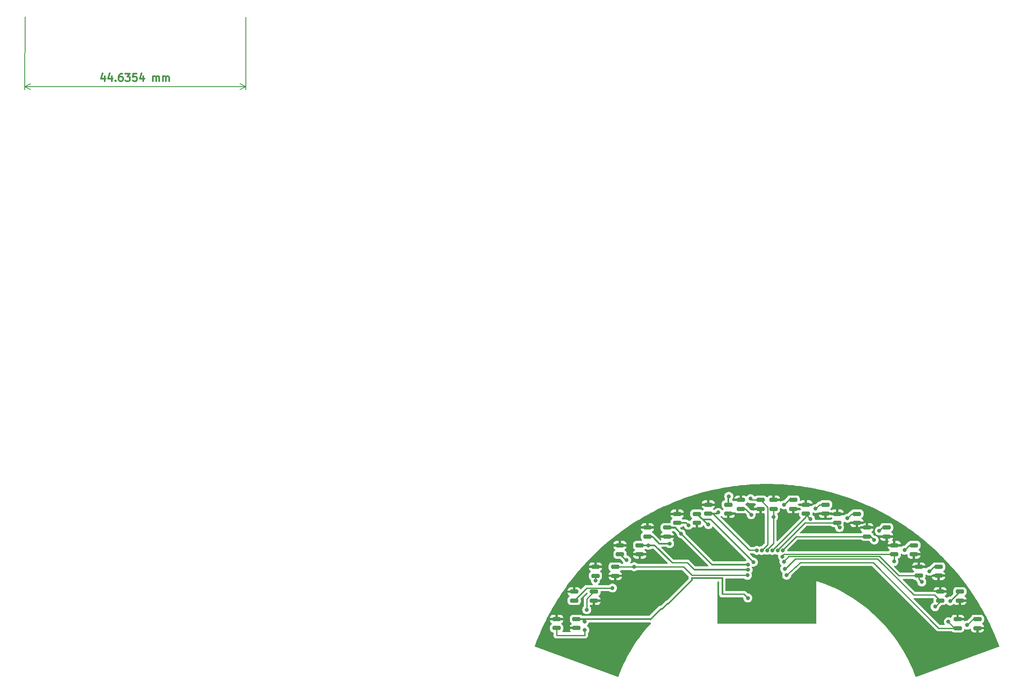
<source format=gbr>
%TF.GenerationSoftware,KiCad,Pcbnew,7.0.10*%
%TF.CreationDate,2024-03-21T08:15:51-03:00*%
%TF.ProjectId,linefollower,6c696e65-666f-46c6-9c6f-7765722e6b69,rev?*%
%TF.SameCoordinates,Original*%
%TF.FileFunction,Copper,L1,Top*%
%TF.FilePolarity,Positive*%
%FSLAX46Y46*%
G04 Gerber Fmt 4.6, Leading zero omitted, Abs format (unit mm)*
G04 Created by KiCad (PCBNEW 7.0.10) date 2024-03-21 08:15:51*
%MOMM*%
%LPD*%
G01*
G04 APERTURE LIST*
G04 Aperture macros list*
%AMRoundRect*
0 Rectangle with rounded corners*
0 $1 Rounding radius*
0 $2 $3 $4 $5 $6 $7 $8 $9 X,Y pos of 4 corners*
0 Add a 4 corners polygon primitive as box body*
4,1,4,$2,$3,$4,$5,$6,$7,$8,$9,$2,$3,0*
0 Add four circle primitives for the rounded corners*
1,1,$1+$1,$2,$3*
1,1,$1+$1,$4,$5*
1,1,$1+$1,$6,$7*
1,1,$1+$1,$8,$9*
0 Add four rect primitives between the rounded corners*
20,1,$1+$1,$2,$3,$4,$5,0*
20,1,$1+$1,$4,$5,$6,$7,0*
20,1,$1+$1,$6,$7,$8,$9,0*
20,1,$1+$1,$8,$9,$2,$3,0*%
G04 Aperture macros list end*
%ADD10C,0.300000*%
%TA.AperFunction,NonConductor*%
%ADD11C,0.300000*%
%TD*%
%TA.AperFunction,NonConductor*%
%ADD12C,0.200000*%
%TD*%
%TA.AperFunction,SMDPad,CuDef*%
%ADD13RoundRect,0.197500X0.632500X-0.197500X0.632500X0.197500X-0.632500X0.197500X-0.632500X-0.197500X0*%
%TD*%
%TA.AperFunction,SMDPad,CuDef*%
%ADD14RoundRect,0.197500X-0.632500X0.197500X-0.632500X-0.197500X0.632500X-0.197500X0.632500X0.197500X0*%
%TD*%
%TA.AperFunction,ViaPad*%
%ADD15C,0.800000*%
%TD*%
%TA.AperFunction,Conductor*%
%ADD16C,0.250000*%
%TD*%
%TA.AperFunction,Conductor*%
%ADD17C,0.300000*%
%TD*%
%TA.AperFunction,Conductor*%
%ADD18C,0.400000*%
%TD*%
G04 APERTURE END LIST*
D10*
D11*
X16091437Y-6979351D02*
X16090475Y-7979350D01*
X15734843Y-6407579D02*
X15376671Y-7478664D01*
X15376671Y-7478664D02*
X16305242Y-7479556D01*
X17520007Y-6980724D02*
X17519046Y-7980723D01*
X17163414Y-6408952D02*
X16805241Y-7480037D01*
X16805241Y-7480037D02*
X17733812Y-7480930D01*
X18304896Y-7838622D02*
X18376256Y-7910119D01*
X18376256Y-7910119D02*
X18304759Y-7981479D01*
X18304759Y-7981479D02*
X18233399Y-7909982D01*
X18233399Y-7909982D02*
X18304896Y-7838622D01*
X18304896Y-7838622D02*
X18304759Y-7981479D01*
X19663344Y-6482784D02*
X19377629Y-6482509D01*
X19377629Y-6482509D02*
X19234704Y-6553801D01*
X19234704Y-6553801D02*
X19163206Y-6625160D01*
X19163206Y-6625160D02*
X19020143Y-6839309D01*
X19020143Y-6839309D02*
X18948440Y-7124954D01*
X18948440Y-7124954D02*
X18947891Y-7696383D01*
X18947891Y-7696383D02*
X19019182Y-7839308D01*
X19019182Y-7839308D02*
X19090542Y-7910805D01*
X19090542Y-7910805D02*
X19233330Y-7982371D01*
X19233330Y-7982371D02*
X19519045Y-7982646D01*
X19519045Y-7982646D02*
X19661970Y-7911355D01*
X19661970Y-7911355D02*
X19733468Y-7839995D01*
X19733468Y-7839995D02*
X19805033Y-7697206D01*
X19805033Y-7697206D02*
X19805377Y-7340064D01*
X19805377Y-7340064D02*
X19734085Y-7197138D01*
X19734085Y-7197138D02*
X19662726Y-7125641D01*
X19662726Y-7125641D02*
X19519937Y-7054075D01*
X19519937Y-7054075D02*
X19234223Y-7053800D01*
X19234223Y-7053800D02*
X19091297Y-7125092D01*
X19091297Y-7125092D02*
X19019800Y-7196451D01*
X19019800Y-7196451D02*
X18948234Y-7339240D01*
X20306200Y-6483402D02*
X21234771Y-6484295D01*
X21234771Y-6484295D02*
X20734222Y-7055242D01*
X20734222Y-7055242D02*
X20948508Y-7055448D01*
X20948508Y-7055448D02*
X21091296Y-7127014D01*
X21091296Y-7127014D02*
X21162656Y-7198511D01*
X21162656Y-7198511D02*
X21233947Y-7341437D01*
X21233947Y-7341437D02*
X21233604Y-7698580D01*
X21233604Y-7698580D02*
X21162038Y-7841368D01*
X21162038Y-7841368D02*
X21090541Y-7912728D01*
X21090541Y-7912728D02*
X20947615Y-7984019D01*
X20947615Y-7984019D02*
X20519044Y-7983607D01*
X20519044Y-7983607D02*
X20376255Y-7912041D01*
X20376255Y-7912041D02*
X20304895Y-7840544D01*
X22591913Y-6485599D02*
X21877627Y-6484912D01*
X21877627Y-6484912D02*
X21805512Y-7199129D01*
X21805512Y-7199129D02*
X21877009Y-7127769D01*
X21877009Y-7127769D02*
X22019935Y-7056478D01*
X22019935Y-7056478D02*
X22377078Y-7056821D01*
X22377078Y-7056821D02*
X22519866Y-7128387D01*
X22519866Y-7128387D02*
X22591226Y-7199884D01*
X22591226Y-7199884D02*
X22662517Y-7342810D01*
X22662517Y-7342810D02*
X22662174Y-7699953D01*
X22662174Y-7699953D02*
X22590608Y-7842741D01*
X22590608Y-7842741D02*
X22519111Y-7914101D01*
X22519111Y-7914101D02*
X22376185Y-7985392D01*
X22376185Y-7985392D02*
X22019043Y-7985049D01*
X22019043Y-7985049D02*
X21876254Y-7913483D01*
X21876254Y-7913483D02*
X21804894Y-7841986D01*
X23948574Y-6986903D02*
X23947613Y-7986903D01*
X23591981Y-6415132D02*
X23233808Y-7486217D01*
X23233808Y-7486217D02*
X24162379Y-7487109D01*
X25876183Y-7988757D02*
X25877144Y-6988757D01*
X25877007Y-7131614D02*
X25948504Y-7060254D01*
X25948504Y-7060254D02*
X26091430Y-6988963D01*
X26091430Y-6988963D02*
X26305715Y-6989169D01*
X26305715Y-6989169D02*
X26448504Y-7060735D01*
X26448504Y-7060735D02*
X26519795Y-7203661D01*
X26519795Y-7203661D02*
X26519040Y-7989375D01*
X26519795Y-7203661D02*
X26591361Y-7060872D01*
X26591361Y-7060872D02*
X26734286Y-6989581D01*
X26734286Y-6989581D02*
X26948572Y-6989787D01*
X26948572Y-6989787D02*
X27091360Y-7061353D01*
X27091360Y-7061353D02*
X27162652Y-7204279D01*
X27162652Y-7204279D02*
X27161896Y-7989993D01*
X27876182Y-7990679D02*
X27877143Y-6990680D01*
X27877006Y-7133537D02*
X27948503Y-7062177D01*
X27948503Y-7062177D02*
X28091429Y-6990886D01*
X28091429Y-6990886D02*
X28305714Y-6991092D01*
X28305714Y-6991092D02*
X28448503Y-7062658D01*
X28448503Y-7062658D02*
X28519794Y-7205583D01*
X28519794Y-7205583D02*
X28519039Y-7991297D01*
X28519794Y-7205583D02*
X28591360Y-7062795D01*
X28591360Y-7062795D02*
X28734285Y-6991504D01*
X28734285Y-6991504D02*
X28948571Y-6991710D01*
X28948571Y-6991710D02*
X29091359Y-7063276D01*
X29091359Y-7063276D02*
X29162651Y-7206201D01*
X29162651Y-7206201D02*
X29161895Y-7991915D01*
D12*
X44634918Y4957094D02*
X44620815Y-9714868D01*
X-481Y5000000D02*
X-14584Y-9671962D01*
X44621379Y-9128448D02*
X-14020Y-9085542D01*
X44621379Y-9128448D02*
X-14020Y-9085542D01*
X44621379Y-9128448D02*
X43494312Y-9713786D01*
X44621379Y-9128448D02*
X43495439Y-8540945D01*
X-14020Y-9085542D02*
X1113047Y-8500204D01*
X-14020Y-9085542D02*
X1111920Y-9673045D01*
D13*
%TO.P,U1,1,A*%
%TO.N,Net-(U1-A)*%
X107480003Y-118616083D03*
%TO.P,U1,2,K*%
%TO.N,GND*%
X111480003Y-118616083D03*
%TO.P,U1,3*%
%TO.N,Net-(J1-Pad18)*%
X111480003Y-116816083D03*
%TO.P,U1,4*%
%TO.N,GND*%
X107480003Y-116816083D03*
%TD*%
%TO.P,U8,1,A*%
%TO.N,Net-(U8-A)*%
X144703264Y-94509794D03*
%TO.P,U8,2,K*%
%TO.N,GND*%
X148703264Y-94509794D03*
%TO.P,U8,3*%
%TO.N,Net-(J1-Pad11)*%
X148703264Y-92709794D03*
%TO.P,U8,4*%
%TO.N,GND*%
X144703264Y-92709794D03*
%TD*%
D14*
%TO.P,U13,1,A*%
%TO.N,Net-(U13-A)*%
X179734570Y-101879645D03*
%TO.P,U13,2,K*%
%TO.N,GND*%
X175734570Y-101879645D03*
%TO.P,U13,3*%
%TO.N,Net-(J1-Pad6)*%
X175734570Y-103679645D03*
%TO.P,U13,4*%
%TO.N,GND*%
X179734570Y-103679645D03*
%TD*%
D13*
%TO.P,U6,1,A*%
%TO.N,Net-(U6-A)*%
X131841133Y-97336907D03*
%TO.P,U6,2,K*%
%TO.N,GND*%
X135841133Y-97336907D03*
%TO.P,U6,3*%
%TO.N,Net-(J1-Pad13)*%
X135841133Y-95536907D03*
%TO.P,U6,4*%
%TO.N,GND*%
X131841133Y-95536907D03*
%TD*%
%TO.P,U2,1,A*%
%TO.N,Net-(U2-A)*%
X111021030Y-113056496D03*
%TO.P,U2,2,K*%
%TO.N,GND*%
X115021030Y-113056496D03*
%TO.P,U2,3*%
%TO.N,Net-(J1-Pad17)*%
X115021030Y-111256496D03*
%TO.P,U2,4*%
%TO.N,GND*%
X111021030Y-111256496D03*
%TD*%
D14*
%TO.P,U14,1,A*%
%TO.N,Net-(U14-A)*%
X184697732Y-106235876D03*
%TO.P,U14,2,K*%
%TO.N,GND*%
X180697732Y-106235876D03*
%TO.P,U14,3*%
%TO.N,Net-(J1-Pad5)*%
X180697732Y-108035876D03*
%TO.P,U14,4*%
%TO.N,GND*%
X184697732Y-108035876D03*
%TD*%
D13*
%TO.P,U4,1,A*%
%TO.N,Net-(U4-A)*%
X120280603Y-103688132D03*
%TO.P,U4,2,K*%
%TO.N,GND*%
X124280603Y-103688132D03*
%TO.P,U4,3*%
%TO.N,Net-(J1-Pad15)*%
X124280603Y-101888132D03*
%TO.P,U4,4*%
%TO.N,GND*%
X120280603Y-101888132D03*
%TD*%
%TO.P,U5,1,A*%
%TO.N,Net-(U5-A)*%
X125827146Y-100096287D03*
%TO.P,U5,2,K*%
%TO.N,GND*%
X129827146Y-100096287D03*
%TO.P,U5,3*%
%TO.N,Net-(J1-Pad14)*%
X129827146Y-98296287D03*
%TO.P,U5,4*%
%TO.N,GND*%
X125827146Y-98296287D03*
%TD*%
D14*
%TO.P,U12,1,A*%
%TO.N,Net-(U12-A)*%
X174182544Y-98289660D03*
%TO.P,U12,2,K*%
%TO.N,GND*%
X170182544Y-98289660D03*
%TO.P,U12,3*%
%TO.N,Net-(J1-Pad7)*%
X170182544Y-100089660D03*
%TO.P,U12,4*%
%TO.N,GND*%
X174182544Y-100089660D03*
%TD*%
%TO.P,U16,1,A*%
%TO.N,Net-(U16-A)*%
X192549071Y-116825573D03*
%TO.P,U16,2,K*%
%TO.N,GND*%
X188549071Y-116825573D03*
%TO.P,U16,3*%
%TO.N,Net-(J1-Pad3)*%
X188549071Y-118625573D03*
%TO.P,U16,4*%
%TO.N,GND*%
X192549071Y-118625573D03*
%TD*%
D13*
%TO.P,U3,1,A*%
%TO.N,Net-(U3-A)*%
X115324742Y-108044946D03*
%TO.P,U3,2,K*%
%TO.N,GND*%
X119324742Y-108044946D03*
%TO.P,U3,3*%
%TO.N,Net-(J1-Pad16)*%
X119324742Y-106244946D03*
%TO.P,U3,4*%
%TO.N,GND*%
X115324742Y-106244946D03*
%TD*%
D14*
%TO.P,U9,1,A*%
%TO.N,Net-(U9-A)*%
X155306082Y-92706231D03*
%TO.P,U9,2,K*%
%TO.N,GND*%
X151306082Y-92706231D03*
%TO.P,U9,3*%
%TO.N,Net-(J1-Pad10)*%
X151306082Y-94506231D03*
%TO.P,U9,4*%
%TO.N,GND*%
X155306082Y-94506231D03*
%TD*%
%TO.P,U11,1,A*%
%TO.N,Net-(U11-A)*%
X168180981Y-95524452D03*
%TO.P,U11,2,K*%
%TO.N,GND*%
X164180981Y-95524452D03*
%TO.P,U11,3*%
%TO.N,Net-(J1-Pad8)*%
X164180981Y-97324452D03*
%TO.P,U11,4*%
%TO.N,GND*%
X168180981Y-97324452D03*
%TD*%
%TO.P,U7,1,A*%
%TO.N,Net-(U7-A)*%
X142162760Y-93656082D03*
%TO.P,U7,2,K*%
%TO.N,GND*%
X138162760Y-93656082D03*
%TO.P,U7,3*%
%TO.N,Net-(J1-Pad12)*%
X138162760Y-95456082D03*
%TO.P,U7,4*%
%TO.N,GND*%
X142162760Y-95456082D03*
%TD*%
%TO.P,U15,1,A*%
%TO.N,Net-(U15-A)*%
X189003125Y-111246704D03*
%TO.P,U15,2,K*%
%TO.N,GND*%
X185003125Y-111246704D03*
%TO.P,U15,3*%
%TO.N,Net-(J1-Pad4)*%
X185003125Y-113046704D03*
%TO.P,U15,4*%
%TO.N,GND*%
X189003125Y-113046704D03*
%TD*%
%TO.P,U10,1,A*%
%TO.N,Net-(U10-A)*%
X161849245Y-93657506D03*
%TO.P,U10,2,K*%
%TO.N,GND*%
X157849245Y-93657506D03*
%TO.P,U10,3*%
%TO.N,Net-(J1-Pad9)*%
X157849245Y-95457506D03*
%TO.P,U10,4*%
%TO.N,GND*%
X161849245Y-95457506D03*
%TD*%
D15*
%TO.N,GND*%
X154231001Y-112509933D03*
X143101576Y-109794587D03*
%TO.N,Net-(J1-Pad3)*%
X153976615Y-107938615D03*
%TO.N,Net-(U16-A)*%
X190477770Y-118028962D03*
%TO.N,Net-(J1-Pad3)*%
X186678615Y-117353038D03*
%TO.N,Net-(J1-Pad4)*%
X153592363Y-106627557D03*
X183988193Y-114306905D03*
%TO.N,Net-(U15-A)*%
X187029848Y-113153173D03*
%TO.N,Net-(J1-Pad5)*%
X153436923Y-105177192D03*
%TO.N,Net-(J1-Pad6)*%
X153145846Y-104163307D03*
%TO.N,Net-(U14-A)*%
X182845847Y-107140596D03*
%TO.N,Net-(J1-Pad5)*%
X181307538Y-109308212D03*
%TO.N,Net-(U13-A)*%
X177800539Y-102869191D03*
%TO.N,Net-(J1-Pad6)*%
X175679538Y-105153345D03*
%TO.N,Net-(J1-Pad7)*%
X153190305Y-102882192D03*
%TO.N,Net-(U12-A)*%
X172698848Y-98966499D03*
%TO.N,Net-(J1-Pad7)*%
X171667482Y-100819461D03*
%TO.N,Net-(J1-Pad8)*%
X152159748Y-102899673D03*
%TO.N,Net-(U11-A)*%
X166266732Y-96414306D03*
%TO.N,Net-(J1-Pad8)*%
X164675982Y-98284749D03*
%TO.N,Net-(J1-Pad9)*%
X151093421Y-102917154D03*
%TO.N,Net-(U10-A)*%
X159816327Y-94473940D03*
%TO.N,Net-(J1-Pad9)*%
X158784961Y-96536672D03*
%TO.N,Net-(U9-A)*%
X153437462Y-93700525D03*
%TO.N,Net-(J1-Pad10)*%
X150034807Y-102904961D03*
X151327576Y-96123499D03*
%TO.N,Net-(J1-Pad11)*%
X146687062Y-92462588D03*
X148943107Y-102938370D03*
%TO.N,Net-(J1-Pad12)*%
X147943375Y-102915120D03*
X140153323Y-95244145D03*
%TO.N,Net-(J1-Pad13)*%
X147266674Y-105287404D03*
X138167814Y-97696289D03*
%TO.N,Net-(J1-Pad14)*%
X146205123Y-105783200D03*
X132660230Y-99544649D03*
%TO.N,Net-(J1-Pad15)*%
X126043018Y-101875996D03*
X146195654Y-106844931D03*
%TO.N,Net-(J1-Pad16)*%
X123147483Y-106217453D03*
X146050000Y-107950000D03*
%TO.N,Net-(J1-Pad17)*%
X113571544Y-114905859D03*
%TO.N,Net-(J1-Pad18)*%
X113120167Y-117312815D03*
X146136623Y-112532599D03*
%TO.N,Net-(U1-A)*%
X113181893Y-119027190D03*
%TO.N,Net-(U2-A)*%
X118774140Y-110521346D03*
%TO.N,Net-(U3-A)*%
X115329763Y-108986339D03*
%TO.N,Net-(U4-A)*%
X121642562Y-104873409D03*
%TO.N,Net-(U5-A)*%
X130320700Y-101541359D03*
%TO.N,Net-(U6-A)*%
X134134062Y-97807894D03*
%TO.N,Net-(U7-A)*%
X142287650Y-91970375D03*
%TO.N,Net-(U8-A)*%
X146818299Y-95690207D03*
%TD*%
D16*
%TO.N,Net-(J1-Pad15)*%
X133919018Y-105410000D02*
X135327196Y-106818178D01*
X130810000Y-105410000D02*
X133919018Y-105410000D01*
%TO.N,GND*%
X153710934Y-113030000D02*
X153670000Y-113030000D01*
X154231001Y-112509933D02*
X153710934Y-113030000D01*
X143101576Y-108718614D02*
X143101845Y-108718345D01*
X143101576Y-109794587D02*
X143101576Y-108718614D01*
%TO.N,Net-(J1-Pad18)*%
X145364024Y-111760000D02*
X140970000Y-111760000D01*
X146136623Y-112532599D02*
X145364024Y-111760000D01*
%TO.N,Net-(J1-Pad3)*%
X153976615Y-107938615D02*
X154154391Y-107976221D01*
X156720612Y-105410000D02*
X153976615Y-107938615D01*
X171450000Y-105410000D02*
X156720612Y-105410000D01*
X184665573Y-118625573D02*
X171450000Y-105410000D01*
X188549071Y-118625573D02*
X184665573Y-118625573D01*
%TO.N,Net-(U16-A)*%
X192549071Y-116825573D02*
X191681159Y-116825573D01*
X191681159Y-116825573D02*
X190477770Y-118028962D01*
%TO.N,Net-(J1-Pad3)*%
X187951150Y-118625573D02*
X186678615Y-117353038D01*
X188549071Y-118625573D02*
X187951150Y-118625573D01*
%TO.N,Net-(J1-Pad4)*%
X153592363Y-106757637D02*
X153670000Y-106680000D01*
X153592363Y-106627557D02*
X153592363Y-106757637D01*
X153722443Y-106627557D02*
X153592363Y-106627557D01*
X155760000Y-104590000D02*
X153722443Y-106627557D01*
X172330922Y-104590000D02*
X155760000Y-104590000D01*
X179660375Y-111919453D02*
X172330922Y-104590000D01*
X185003125Y-113046704D02*
X183875874Y-111919453D01*
X183875874Y-111919453D02*
X179660375Y-111919453D01*
X185003125Y-113291973D02*
X183988193Y-114306905D01*
X185003125Y-113046704D02*
X185003125Y-113291973D01*
%TO.N,Net-(U15-A)*%
X187096656Y-113153173D02*
X187029848Y-113153173D01*
X189003125Y-111246704D02*
X187096656Y-113153173D01*
%TO.N,Net-(J1-Pad5)*%
X153355346Y-105177192D02*
X153413615Y-105118923D01*
X153436923Y-105177192D02*
X153355346Y-105177192D01*
X153436923Y-105095615D02*
X153436923Y-105177192D01*
X154392538Y-104140000D02*
X153436923Y-105095615D01*
X172720000Y-104140000D02*
X154392538Y-104140000D01*
X180697732Y-108035876D02*
X176615876Y-108035876D01*
X176615876Y-108035876D02*
X172720000Y-104140000D01*
%TO.N,Net-(J1-Pad6)*%
X153145846Y-104163307D02*
X153040961Y-104023461D01*
X153384777Y-103679645D02*
X153145846Y-104163307D01*
X175734570Y-103679645D02*
X153384777Y-103679645D01*
%TO.N,Net-(U14-A)*%
X183750567Y-106235876D02*
X182845847Y-107140596D01*
X184697732Y-106235876D02*
X183750567Y-106235876D01*
%TO.N,Net-(J1-Pad5)*%
X180697732Y-108698406D02*
X181307538Y-109308212D01*
X180697732Y-108035876D02*
X180697732Y-108698406D01*
%TO.N,Net-(U13-A)*%
X179734570Y-101879645D02*
X178790085Y-101879645D01*
X178790085Y-101879645D02*
X177800539Y-102869191D01*
%TO.N,Net-(J1-Pad6)*%
X175734570Y-105098313D02*
X175679538Y-105153345D01*
X175734570Y-103679645D02*
X175734570Y-105098313D01*
%TO.N,Net-(J1-Pad7)*%
X153102901Y-102882192D02*
X153032978Y-102952115D01*
X153190305Y-102882192D02*
X153102901Y-102882192D01*
X153190305Y-102794788D02*
X153190305Y-102882192D01*
X155895433Y-100089660D02*
X153190305Y-102794788D01*
X170182544Y-100089660D02*
X155895433Y-100089660D01*
%TO.N,Net-(U12-A)*%
X174182544Y-98289660D02*
X173375687Y-98289660D01*
X173375687Y-98289660D02*
X172698848Y-98966499D01*
%TO.N,Net-(J1-Pad7)*%
X170937681Y-100089660D02*
X171667482Y-100819461D01*
X170182544Y-100089660D02*
X170937681Y-100089660D01*
%TO.N,Net-(J1-Pad8)*%
X152107306Y-102899673D02*
X152072344Y-102934635D01*
X152159748Y-102899673D02*
X152107306Y-102899673D01*
X152159748Y-102847231D02*
X152159748Y-102899673D01*
X157682527Y-97324452D02*
X152159748Y-102847231D01*
X164180981Y-97324452D02*
X157682527Y-97324452D01*
%TO.N,Net-(U11-A)*%
X167156586Y-95524452D02*
X166266732Y-96414306D01*
X168180981Y-95524452D02*
X167156586Y-95524452D01*
%TO.N,Net-(J1-Pad8)*%
X164180981Y-97789748D02*
X164675982Y-98284749D01*
X164180981Y-97324452D02*
X164180981Y-97789748D01*
%TO.N,Net-(J1-Pad9)*%
X157849245Y-96161330D02*
X151093421Y-102917154D01*
X157849245Y-95457506D02*
X157849245Y-96161330D01*
%TO.N,Net-(U10-A)*%
X161849245Y-93657506D02*
X160632761Y-93657506D01*
X160632761Y-93657506D02*
X159816327Y-94473940D01*
%TO.N,Net-(J1-Pad9)*%
X157849245Y-95600956D02*
X158784961Y-96536672D01*
X157849245Y-95457506D02*
X157849245Y-95600956D01*
%TO.N,Net-(U9-A)*%
X154431756Y-92706231D02*
X153437462Y-93700525D01*
X155306082Y-92706231D02*
X154431756Y-92706231D01*
%TO.N,Net-(J1-Pad10)*%
X149906615Y-102904961D02*
X149860000Y-102951576D01*
X150034807Y-102904961D02*
X149906615Y-102904961D01*
X150034807Y-102776769D02*
X150034807Y-102904961D01*
X151306082Y-101505494D02*
X150034807Y-102776769D01*
X151306082Y-95250000D02*
X151306082Y-101505494D01*
X151306082Y-95250000D02*
X151306082Y-96102005D01*
X151306082Y-94506231D02*
X151306082Y-95250000D01*
X151306082Y-96102005D02*
X151327576Y-96123499D01*
%TO.N,Net-(J1-Pad11)*%
X150151082Y-94157612D02*
X148703264Y-92709794D01*
X146934268Y-92709794D02*
X146687062Y-92462588D01*
X150151082Y-101730395D02*
X150151082Y-94157612D01*
X148703264Y-92709794D02*
X146934268Y-92709794D01*
X148943107Y-102938370D02*
X149181477Y-102700000D01*
X148943107Y-102938370D02*
X150151082Y-101730395D01*
%TO.N,Net-(J1-Pad12)*%
X146443711Y-102870000D02*
X139029793Y-95456082D01*
X147988495Y-102870000D02*
X147943375Y-102915120D01*
X148137513Y-102870000D02*
X147988495Y-102870000D01*
X147898255Y-102870000D02*
X146443711Y-102870000D01*
X139029793Y-95456082D02*
X138162760Y-95456082D01*
X147943375Y-102915120D02*
X147898255Y-102870000D01*
D17*
X138162760Y-95456082D02*
X139941386Y-95456082D01*
X139941386Y-95456082D02*
X140153323Y-95244145D01*
%TO.N,Net-(J1-Pad13)*%
X135841133Y-95536907D02*
X136992113Y-96687887D01*
X136992113Y-96687887D02*
X138000515Y-97696289D01*
X138667157Y-96687887D02*
X147266674Y-105287404D01*
X136992113Y-96687887D02*
X138667157Y-96687887D01*
X138000515Y-97696289D02*
X138167814Y-97696289D01*
%TO.N,Net-(J1-Pad14)*%
X132127791Y-99012209D02*
X132660230Y-99544649D01*
D18*
X129827146Y-98296287D02*
X131411868Y-98296287D01*
D17*
X131411868Y-98296287D02*
X132127791Y-99012209D01*
X138898782Y-105783200D02*
X146205123Y-105783200D01*
X132127791Y-99012209D02*
X138898782Y-105783200D01*
%TO.N,Net-(J1-Pad15)*%
X126052140Y-101888132D02*
X126064276Y-101875996D01*
X126043018Y-101875996D02*
X126052140Y-101888132D01*
X146168901Y-106818178D02*
X146195654Y-106844931D01*
X135327196Y-106818178D02*
X146168901Y-106818178D01*
X124280603Y-101888132D02*
X127288132Y-101888132D01*
X127288132Y-101888132D02*
X130810000Y-105410000D01*
X124280603Y-101888132D02*
X126043018Y-101875996D01*
D16*
%TO.N,Net-(J1-Pad16)*%
X133090326Y-106244946D02*
X134795380Y-107950000D01*
X119324742Y-106244946D02*
X123119990Y-106244946D01*
X123174976Y-106244946D02*
X133090326Y-106244946D01*
X146050000Y-107950000D02*
X146141773Y-107950000D01*
X134795380Y-107950000D02*
X146050000Y-107950000D01*
X123119990Y-106244946D02*
X123147483Y-106217453D01*
X123147483Y-106217453D02*
X123174976Y-106244946D01*
%TO.N,Net-(J1-Pad17)*%
X115021030Y-111256496D02*
X113571544Y-112705982D01*
X113571544Y-112705982D02*
X113571544Y-114905859D01*
D17*
%TO.N,Net-(J1-Pad18)*%
X130092106Y-113683150D02*
X134811818Y-108963438D01*
X129907785Y-113683150D02*
X130092106Y-113683150D01*
X140996257Y-108529107D02*
X140970000Y-108555364D01*
X112623435Y-116816083D02*
X126392202Y-116816083D01*
X140970000Y-108555364D02*
X140970000Y-111760000D01*
X126440034Y-116863915D02*
X128568516Y-114735433D01*
X112623435Y-116816083D02*
X113120167Y-117312815D01*
X128855502Y-114735433D02*
X129907785Y-113683150D01*
X134811818Y-108963438D02*
X134811818Y-108529107D01*
X128568516Y-114735433D02*
X128855502Y-114735433D01*
X111480003Y-116816083D02*
X112623435Y-116816083D01*
X134811818Y-108529107D02*
X140996257Y-108529107D01*
X126392202Y-116816083D02*
X126440034Y-116863915D01*
D16*
%TO.N,Net-(U1-A)*%
X113181893Y-120063350D02*
X113181893Y-119027190D01*
X107480003Y-118616083D02*
X107480003Y-120072487D01*
X113200065Y-120081522D02*
X113181893Y-120063350D01*
X107460339Y-120092151D02*
X113189436Y-120092151D01*
X113189436Y-120092151D02*
X113200065Y-120081522D01*
X107480003Y-120072487D02*
X107460339Y-120092151D01*
%TO.N,Net-(U2-A)*%
X113541030Y-110536496D02*
X118758990Y-110536496D01*
X118789290Y-110536496D02*
X118964669Y-110536496D01*
X111021030Y-113056496D02*
X113541030Y-110536496D01*
X118758990Y-110536496D02*
X118774140Y-110521346D01*
X118774140Y-110521346D02*
X118789290Y-110536496D01*
X118964669Y-110536496D02*
X118997351Y-110569178D01*
%TO.N,Net-(U3-A)*%
X115324742Y-108933487D02*
X115329763Y-108938508D01*
X115329763Y-108986339D02*
X115377594Y-108986339D01*
X115324742Y-108044946D02*
X115324742Y-108933487D01*
X115377594Y-108986339D02*
X115345707Y-108954452D01*
X115329763Y-108938508D02*
X115329763Y-108986339D01*
D17*
%TO.N,Net-(U4-A)*%
X121642562Y-104873409D02*
X121642562Y-104894667D01*
X120280603Y-103688132D02*
X121487138Y-104894667D01*
X121487138Y-104894667D02*
X121642562Y-104873409D01*
%TO.N,Net-(U5-A)*%
X125827146Y-100096287D02*
X126766287Y-100096287D01*
X130320700Y-101541359D02*
X130193150Y-101530730D01*
X126766287Y-100096287D02*
X127000000Y-100330000D01*
X130193150Y-101530730D02*
X130182521Y-101530730D01*
X130171892Y-101530730D02*
X130320700Y-101541359D01*
X127000000Y-100330000D02*
X128200730Y-101530730D01*
X128200730Y-101530730D02*
X130171892Y-101530730D01*
%TO.N,Net-(U6-A)*%
X133663075Y-97336907D02*
X134134062Y-97807894D01*
X131841133Y-97336907D02*
X133663075Y-97336907D01*
%TO.N,Net-(U7-A)*%
X142162760Y-92095265D02*
X142287650Y-91970375D01*
X142162760Y-93656082D02*
X142162760Y-92095265D01*
D16*
%TO.N,Net-(U8-A)*%
X144703264Y-94509794D02*
X145637886Y-94509794D01*
X145637886Y-94509794D02*
X146818299Y-95690207D01*
%TD*%
%TA.AperFunction,Conductor*%
%TO.N,GND*%
G36*
X150383189Y-89477764D02*
G01*
X151028610Y-89486933D01*
X151030003Y-89486962D01*
X151792848Y-89508393D01*
X151794508Y-89508452D01*
X152439392Y-89535953D01*
X152440744Y-89536019D01*
X153202695Y-89578864D01*
X153204508Y-89578980D01*
X153848149Y-89624775D01*
X153849605Y-89624888D01*
X154610133Y-89689120D01*
X154611861Y-89689280D01*
X155253986Y-89753346D01*
X155255205Y-89753475D01*
X156013932Y-89839074D01*
X156015585Y-89839273D01*
X156655394Y-89921525D01*
X156656721Y-89921704D01*
X157412881Y-90028594D01*
X157414637Y-90028856D01*
X158051579Y-90129208D01*
X158052646Y-90129382D01*
X158806000Y-90257549D01*
X158807920Y-90257893D01*
X159441049Y-90376167D01*
X159442447Y-90376436D01*
X159712335Y-90430191D01*
X160192009Y-90525729D01*
X160194008Y-90526144D01*
X160823166Y-90662280D01*
X160824523Y-90662581D01*
X161570114Y-90832983D01*
X161571995Y-90833430D01*
X162196555Y-90987267D01*
X162197726Y-90987561D01*
X162938903Y-91179005D01*
X162940850Y-91179526D01*
X163560196Y-91350880D01*
X163561500Y-91351248D01*
X164297295Y-91563513D01*
X164299252Y-91564095D01*
X164913238Y-91752900D01*
X164914091Y-91753167D01*
X165608479Y-91974791D01*
X165644345Y-91986238D01*
X165646432Y-91986924D01*
X166253911Y-92192791D01*
X166254920Y-92193139D01*
X166979123Y-92446898D01*
X166981169Y-92447637D01*
X167581606Y-92670328D01*
X167582762Y-92670763D01*
X167807425Y-92756641D01*
X168243873Y-92923475D01*
X168300161Y-92944991D01*
X168302290Y-92945827D01*
X168592443Y-93062919D01*
X168895363Y-93185163D01*
X168896297Y-93185546D01*
X169606814Y-93480270D01*
X169608862Y-93481141D01*
X170193935Y-93736810D01*
X170194664Y-93737132D01*
X170897679Y-94052165D01*
X170899821Y-94053149D01*
X171476466Y-94324898D01*
X171477082Y-94325192D01*
X172171977Y-94660327D01*
X172174018Y-94661335D01*
X172741659Y-94948823D01*
X172742222Y-94949112D01*
X173428607Y-95304236D01*
X173430700Y-95305346D01*
X173988652Y-95608142D01*
X173989207Y-95608446D01*
X174666504Y-95983346D01*
X174668617Y-95984543D01*
X175216409Y-96302294D01*
X175216781Y-96302512D01*
X175884860Y-96697215D01*
X175886934Y-96698469D01*
X176423885Y-97030669D01*
X176424302Y-97030930D01*
X176921482Y-97343826D01*
X177082442Y-97445125D01*
X177084604Y-97446517D01*
X177610066Y-97792628D01*
X177610825Y-97793132D01*
X177973323Y-98035740D01*
X178239016Y-98213560D01*
X178258502Y-98226601D01*
X178260657Y-98228076D01*
X178774299Y-98587732D01*
X178775009Y-98588232D01*
X178909060Y-98683506D01*
X179412036Y-99040982D01*
X179414181Y-99042542D01*
X179420016Y-99046880D01*
X179915548Y-99415269D01*
X179916055Y-99415648D01*
X180535518Y-99882642D01*
X180542129Y-99887626D01*
X180544258Y-99889267D01*
X181032856Y-100274528D01*
X181033075Y-100274701D01*
X181635813Y-100756217D01*
X181647849Y-100765832D01*
X181649954Y-100767552D01*
X181941548Y-101011222D01*
X182124970Y-101164498D01*
X182125543Y-101164980D01*
X182684850Y-101638132D01*
X182728342Y-101674924D01*
X182730432Y-101676732D01*
X183191514Y-102084829D01*
X183191749Y-102085039D01*
X183724820Y-102562313D01*
X183782758Y-102614187D01*
X183784833Y-102616088D01*
X184231229Y-103034397D01*
X184231716Y-103034856D01*
X184810221Y-103582845D01*
X184812271Y-103584832D01*
X185243505Y-104012580D01*
X185243949Y-104013023D01*
X185597436Y-104367219D01*
X185807038Y-104577242D01*
X185809908Y-104580117D01*
X185811929Y-104582190D01*
X186227542Y-105018557D01*
X186227946Y-105018983D01*
X186781053Y-105605242D01*
X186783042Y-105607401D01*
X186934981Y-105776283D01*
X187182310Y-106051194D01*
X187454511Y-106356447D01*
X187722890Y-106657414D01*
X187724844Y-106659658D01*
X188106725Y-107109179D01*
X188107052Y-107109566D01*
X188634652Y-107735779D01*
X188636568Y-107738110D01*
X189000321Y-108191809D01*
X189000612Y-108192172D01*
X189235920Y-108487933D01*
X189515320Y-108839115D01*
X189515576Y-108839436D01*
X189517436Y-108841834D01*
X189591610Y-108939934D01*
X189862705Y-109298478D01*
X189862960Y-109298818D01*
X190364982Y-109967531D01*
X190366811Y-109970031D01*
X190692107Y-110426668D01*
X190692330Y-110426982D01*
X191182214Y-111119193D01*
X191183994Y-111121777D01*
X191295036Y-111287416D01*
X191485105Y-111570940D01*
X191488034Y-111575308D01*
X191488226Y-111575595D01*
X191966616Y-112293504D01*
X191968344Y-112296171D01*
X192084328Y-112480284D01*
X192248773Y-112741325D01*
X192249641Y-112742702D01*
X192473938Y-113100692D01*
X192717513Y-113489453D01*
X192719186Y-113492202D01*
X192849485Y-113712687D01*
X192957330Y-113895179D01*
X192975384Y-113925728D01*
X193109073Y-114153051D01*
X193434359Y-114706166D01*
X193435975Y-114708998D01*
X193663913Y-115120997D01*
X193664020Y-115121192D01*
X194116545Y-115942612D01*
X194118099Y-115945523D01*
X194312475Y-116321708D01*
X194312519Y-116321891D01*
X194312559Y-116321871D01*
X194497017Y-116680150D01*
X194741018Y-117154083D01*
X194763560Y-117197866D01*
X194765039Y-117200838D01*
X194804197Y-117282209D01*
X194916388Y-117515351D01*
X194916449Y-117515478D01*
X195074572Y-117845029D01*
X195374893Y-118470946D01*
X195376276Y-118473932D01*
X195385676Y-118494975D01*
X195463652Y-118669541D01*
X195463693Y-118669633D01*
X195949273Y-119759086D01*
X195950646Y-119762287D01*
X196484728Y-121057182D01*
X196486011Y-121060419D01*
X196939314Y-122253461D01*
X196944724Y-122323121D01*
X196911614Y-122384648D01*
X196865809Y-122414026D01*
X180186967Y-128484628D01*
X180117238Y-128489059D01*
X180056183Y-128455089D01*
X180028036Y-128410520D01*
X180028035Y-128410516D01*
X179887384Y-128024114D01*
X179487446Y-127030144D01*
X179054462Y-126050119D01*
X178588917Y-125085135D01*
X178091333Y-124136274D01*
X177562268Y-123204600D01*
X177002315Y-122291157D01*
X176412101Y-121396968D01*
X175792288Y-120523036D01*
X175792286Y-120523033D01*
X175792281Y-120523026D01*
X175143570Y-119670340D01*
X174466670Y-118839831D01*
X173762370Y-118032466D01*
X173759100Y-118028962D01*
X173031414Y-117249098D01*
X173031401Y-117249084D01*
X172274653Y-116490643D01*
X171492956Y-115757968D01*
X171492939Y-115757953D01*
X170687134Y-115051834D01*
X170599147Y-114979793D01*
X169858158Y-114373092D01*
X169858146Y-114373082D01*
X169006903Y-113722459D01*
X168683777Y-113492202D01*
X168134364Y-113100695D01*
X167832624Y-112900560D01*
X167241493Y-112508480D01*
X166329305Y-111946485D01*
X165671261Y-111570856D01*
X165398811Y-111415334D01*
X164451096Y-110915646D01*
X164451091Y-110915643D01*
X164451071Y-110915633D01*
X163586431Y-110496111D01*
X163487117Y-110447924D01*
X162508067Y-110012752D01*
X161515016Y-109610601D01*
X161515009Y-109610598D01*
X161515003Y-109610596D01*
X160509026Y-109241900D01*
X160004439Y-109075886D01*
X159999901Y-109074208D01*
X159999569Y-109074376D01*
X159998250Y-109078015D01*
X159997958Y-109078753D01*
X159996987Y-109082516D01*
X159995321Y-109087588D01*
X159999498Y-109105100D01*
X159999498Y-117644769D01*
X159979813Y-117711808D01*
X159927009Y-117757563D01*
X159875498Y-117768769D01*
X140124498Y-117768769D01*
X140057459Y-117749084D01*
X140011704Y-117696280D01*
X140000498Y-117644769D01*
X140000498Y-109303607D01*
X140020183Y-109236568D01*
X140072987Y-109190813D01*
X140124498Y-109179607D01*
X140195500Y-109179607D01*
X140262539Y-109199292D01*
X140308294Y-109252096D01*
X140319500Y-109303607D01*
X140319500Y-111800934D01*
X140334929Y-111923057D01*
X140334929Y-111923060D01*
X140395431Y-112075869D01*
X140395436Y-112075878D01*
X140492034Y-112208835D01*
X140492037Y-112208837D01*
X140618674Y-112313600D01*
X140767387Y-112383579D01*
X140928830Y-112414376D01*
X141092860Y-112404056D01*
X141131291Y-112391568D01*
X141169609Y-112385500D01*
X145053571Y-112385500D01*
X145120610Y-112405185D01*
X145141252Y-112421819D01*
X145197662Y-112478229D01*
X145231147Y-112539552D01*
X145233301Y-112552942D01*
X145250949Y-112720855D01*
X145250950Y-112720858D01*
X145309441Y-112900876D01*
X145309444Y-112900883D01*
X145404090Y-113064815D01*
X145519246Y-113192708D01*
X145530752Y-113205487D01*
X145683888Y-113316747D01*
X145683893Y-113316750D01*
X145856815Y-113393741D01*
X145856820Y-113393743D01*
X146041977Y-113433099D01*
X146041978Y-113433099D01*
X146231267Y-113433099D01*
X146231269Y-113433099D01*
X146416426Y-113393743D01*
X146589353Y-113316750D01*
X146742494Y-113205487D01*
X146869156Y-113064815D01*
X146963802Y-112900883D01*
X147022297Y-112720855D01*
X147042083Y-112532599D01*
X147022297Y-112344343D01*
X146963802Y-112164315D01*
X146869156Y-112000383D01*
X146742494Y-111859711D01*
X146742493Y-111859710D01*
X146589357Y-111748450D01*
X146589352Y-111748447D01*
X146416430Y-111671456D01*
X146416425Y-111671454D01*
X146270624Y-111640464D01*
X146231269Y-111632099D01*
X146231268Y-111632099D01*
X146172076Y-111632099D01*
X146105037Y-111612414D01*
X146084395Y-111595780D01*
X145864827Y-111376212D01*
X145855004Y-111363950D01*
X145854783Y-111364134D01*
X145849810Y-111358122D01*
X145800800Y-111312099D01*
X145798001Y-111309386D01*
X145778501Y-111289885D01*
X145777738Y-111289293D01*
X145775310Y-111287409D01*
X145766458Y-111279848D01*
X145734606Y-111249938D01*
X145734604Y-111249936D01*
X145734601Y-111249935D01*
X145717053Y-111240288D01*
X145700787Y-111229604D01*
X145684956Y-111217324D01*
X145644873Y-111199978D01*
X145634387Y-111194841D01*
X145596118Y-111173803D01*
X145596116Y-111173802D01*
X145576717Y-111168822D01*
X145558305Y-111162518D01*
X145539922Y-111154562D01*
X145539916Y-111154560D01*
X145496784Y-111147729D01*
X145485346Y-111145361D01*
X145443044Y-111134500D01*
X145443043Y-111134500D01*
X145423008Y-111134500D01*
X145403610Y-111132973D01*
X145396186Y-111131797D01*
X145383829Y-111129840D01*
X145383828Y-111129840D01*
X145340349Y-111133950D01*
X145328680Y-111134500D01*
X141744500Y-111134500D01*
X141677461Y-111114815D01*
X141631706Y-111062011D01*
X141620500Y-111010500D01*
X141620500Y-108748238D01*
X141625425Y-108713637D01*
X141625885Y-108712047D01*
X141625892Y-108712033D01*
X141630949Y-108680102D01*
X141660878Y-108616968D01*
X141720189Y-108580036D01*
X141753422Y-108575500D01*
X145346252Y-108575500D01*
X145413291Y-108595185D01*
X145438400Y-108616526D01*
X145444126Y-108622885D01*
X145444130Y-108622889D01*
X145597265Y-108734148D01*
X145597270Y-108734151D01*
X145770192Y-108811142D01*
X145770197Y-108811144D01*
X145955354Y-108850500D01*
X145955355Y-108850500D01*
X146144644Y-108850500D01*
X146144646Y-108850500D01*
X146329803Y-108811144D01*
X146502730Y-108734151D01*
X146655871Y-108622888D01*
X146782533Y-108482216D01*
X146877179Y-108318284D01*
X146935674Y-108138256D01*
X146955460Y-107950000D01*
X146935674Y-107761744D01*
X146877179Y-107581716D01*
X146870189Y-107569609D01*
X146853715Y-107501712D01*
X146876565Y-107435685D01*
X146885419Y-107424643D01*
X146928187Y-107377147D01*
X147022833Y-107213215D01*
X147081328Y-107033187D01*
X147101114Y-106844931D01*
X147081328Y-106656675D01*
X147022833Y-106476647D01*
X146969495Y-106384263D01*
X146953023Y-106316366D01*
X146969494Y-106260269D01*
X146983800Y-106235489D01*
X147034365Y-106187275D01*
X147102972Y-106174051D01*
X147116957Y-106176198D01*
X147172028Y-106187904D01*
X147172029Y-106187904D01*
X147361318Y-106187904D01*
X147361320Y-106187904D01*
X147546477Y-106148548D01*
X147719404Y-106071555D01*
X147872545Y-105960292D01*
X147999207Y-105819620D01*
X148093853Y-105655688D01*
X148152348Y-105475660D01*
X148172134Y-105287404D01*
X148152348Y-105099148D01*
X148093853Y-104919120D01*
X147999207Y-104755188D01*
X147872545Y-104614516D01*
X147872544Y-104614515D01*
X147719408Y-104503255D01*
X147719403Y-104503252D01*
X147546481Y-104426261D01*
X147546476Y-104426259D01*
X147400675Y-104395269D01*
X147361320Y-104386904D01*
X147361319Y-104386904D01*
X147337482Y-104386904D01*
X147270443Y-104367219D01*
X147249801Y-104350585D01*
X146606397Y-103707181D01*
X146572912Y-103645858D01*
X146577896Y-103576166D01*
X146619768Y-103520233D01*
X146685232Y-103495816D01*
X146694078Y-103495500D01*
X147199001Y-103495500D01*
X147266040Y-103515185D01*
X147291151Y-103536528D01*
X147337504Y-103588008D01*
X147337510Y-103588013D01*
X147490640Y-103699268D01*
X147490645Y-103699271D01*
X147663567Y-103776262D01*
X147663572Y-103776264D01*
X147848729Y-103815620D01*
X147848730Y-103815620D01*
X148038019Y-103815620D01*
X148038021Y-103815620D01*
X148223178Y-103776264D01*
X148369312Y-103711199D01*
X148438562Y-103701915D01*
X148483981Y-103720599D01*
X148484748Y-103719272D01*
X148490373Y-103722519D01*
X148490376Y-103722520D01*
X148490377Y-103722521D01*
X148575455Y-103760401D01*
X148663299Y-103799512D01*
X148663304Y-103799514D01*
X148848461Y-103838870D01*
X148848462Y-103838870D01*
X149037751Y-103838870D01*
X149037753Y-103838870D01*
X149222910Y-103799514D01*
X149395837Y-103722521D01*
X149439063Y-103691115D01*
X149504867Y-103667635D01*
X149572921Y-103683460D01*
X149578530Y-103687064D01*
X149582077Y-103689112D01*
X149754999Y-103766103D01*
X149755004Y-103766105D01*
X149940161Y-103805461D01*
X149940162Y-103805461D01*
X150129451Y-103805461D01*
X150129453Y-103805461D01*
X150314610Y-103766105D01*
X150487537Y-103689112D01*
X150487545Y-103689105D01*
X150493164Y-103685863D01*
X150494603Y-103688356D01*
X150548491Y-103669055D01*
X150616564Y-103684797D01*
X150628607Y-103692526D01*
X150640686Y-103701302D01*
X150640691Y-103701305D01*
X150813613Y-103778296D01*
X150813618Y-103778298D01*
X150998775Y-103817654D01*
X150998776Y-103817654D01*
X151188065Y-103817654D01*
X151188067Y-103817654D01*
X151373224Y-103778298D01*
X151546151Y-103701305D01*
X151565729Y-103687080D01*
X151631531Y-103663600D01*
X151699585Y-103679423D01*
X151701381Y-103680577D01*
X151701385Y-103680572D01*
X151707018Y-103683824D01*
X151879940Y-103760815D01*
X151879945Y-103760817D01*
X152065102Y-103800173D01*
X152065103Y-103800173D01*
X152146322Y-103800173D01*
X152213361Y-103819858D01*
X152259116Y-103872662D01*
X152269060Y-103941820D01*
X152264253Y-103962491D01*
X152261279Y-103971645D01*
X152260172Y-103975051D01*
X152240386Y-104163307D01*
X152260172Y-104351563D01*
X152260173Y-104351566D01*
X152318664Y-104531584D01*
X152318667Y-104531591D01*
X152413313Y-104695523D01*
X152536824Y-104832695D01*
X152567054Y-104895686D01*
X152562606Y-104953981D01*
X152551249Y-104988936D01*
X152531463Y-105177192D01*
X152551249Y-105365448D01*
X152551250Y-105365451D01*
X152609741Y-105545469D01*
X152609744Y-105545476D01*
X152704390Y-105709408D01*
X152749118Y-105759083D01*
X152831052Y-105850080D01*
X152870534Y-105878765D01*
X152913200Y-105934095D01*
X152919179Y-106003708D01*
X152889800Y-106062055D01*
X152859829Y-106095342D01*
X152765184Y-106259272D01*
X152765181Y-106259279D01*
X152724571Y-106384266D01*
X152706689Y-106439301D01*
X152686903Y-106627557D01*
X152706689Y-106815813D01*
X152706690Y-106815816D01*
X152765181Y-106995834D01*
X152765184Y-106995841D01*
X152859830Y-107159773D01*
X152942291Y-107251355D01*
X152986492Y-107300445D01*
X153120729Y-107397974D01*
X153163395Y-107453304D01*
X153169374Y-107522917D01*
X153155234Y-107560287D01*
X153149436Y-107570329D01*
X153095678Y-107735779D01*
X153090941Y-107750359D01*
X153071155Y-107938615D01*
X153090941Y-108126871D01*
X153090942Y-108126874D01*
X153149433Y-108306892D01*
X153149436Y-108306899D01*
X153244082Y-108470831D01*
X153338327Y-108575500D01*
X153370744Y-108611503D01*
X153523880Y-108722763D01*
X153523885Y-108722766D01*
X153696807Y-108799757D01*
X153696812Y-108799759D01*
X153881969Y-108839115D01*
X153881970Y-108839115D01*
X154071259Y-108839115D01*
X154071261Y-108839115D01*
X154256418Y-108799759D01*
X154429345Y-108722766D01*
X154582486Y-108611503D01*
X154709148Y-108470831D01*
X154803794Y-108306899D01*
X154862289Y-108126871D01*
X154875300Y-108003068D01*
X154901884Y-107938455D01*
X154914583Y-107924852D01*
X156929258Y-106068312D01*
X156991896Y-106037359D01*
X157013287Y-106035500D01*
X171139548Y-106035500D01*
X171206587Y-106055185D01*
X171227229Y-106071819D01*
X184164767Y-119009357D01*
X184174592Y-119021621D01*
X184174813Y-119021439D01*
X184179783Y-119027447D01*
X184228812Y-119073488D01*
X184231609Y-119076199D01*
X184251103Y-119095693D01*
X184254268Y-119098148D01*
X184263144Y-119105729D01*
X184294991Y-119135635D01*
X184294995Y-119135637D01*
X184312546Y-119145286D01*
X184328804Y-119155965D01*
X184344637Y-119168247D01*
X184379983Y-119183541D01*
X184384728Y-119185595D01*
X184395208Y-119190728D01*
X184433481Y-119211770D01*
X184452885Y-119216752D01*
X184471283Y-119223051D01*
X184489678Y-119231011D01*
X184532827Y-119237844D01*
X184544253Y-119240211D01*
X184586554Y-119251073D01*
X184606589Y-119251073D01*
X184625986Y-119252599D01*
X184645769Y-119255733D01*
X184689248Y-119251623D01*
X184700917Y-119251073D01*
X187306087Y-119251073D01*
X187373126Y-119270758D01*
X187393768Y-119287392D01*
X187482938Y-119376562D01*
X187482942Y-119376565D01*
X187612298Y-119454763D01*
X187627999Y-119464254D01*
X187789829Y-119514683D01*
X187860150Y-119521073D01*
X189237991Y-119521072D01*
X189237998Y-119521072D01*
X189308306Y-119514684D01*
X189308307Y-119514683D01*
X189308313Y-119514683D01*
X189470143Y-119464254D01*
X189615203Y-119376563D01*
X189735061Y-119256705D01*
X189822752Y-119111645D01*
X189873181Y-118949815D01*
X189875348Y-118925960D01*
X189901017Y-118860979D01*
X189957745Y-118820189D01*
X190027519Y-118816544D01*
X190049272Y-118823902D01*
X190197967Y-118890106D01*
X190383124Y-118929462D01*
X190383125Y-118929462D01*
X190572414Y-118929462D01*
X190572416Y-118929462D01*
X190757573Y-118890106D01*
X190930500Y-118813113D01*
X191022188Y-118746497D01*
X191087991Y-118723019D01*
X191156045Y-118738844D01*
X191204740Y-118788950D01*
X191219071Y-118846817D01*
X191219071Y-118879446D01*
X191225457Y-118949725D01*
X191275847Y-119111435D01*
X191275849Y-119111439D01*
X191363475Y-119256391D01*
X191363478Y-119256395D01*
X191483248Y-119376165D01*
X191483252Y-119376168D01*
X191628204Y-119463794D01*
X191628208Y-119463796D01*
X191789919Y-119514186D01*
X191789917Y-119514186D01*
X191860198Y-119520573D01*
X192299071Y-119520573D01*
X192299071Y-118875573D01*
X192799071Y-118875573D01*
X192799071Y-119520573D01*
X193237944Y-119520573D01*
X193308223Y-119514186D01*
X193469933Y-119463796D01*
X193469937Y-119463794D01*
X193614889Y-119376168D01*
X193614893Y-119376165D01*
X193734663Y-119256395D01*
X193734666Y-119256391D01*
X193822292Y-119111439D01*
X193822294Y-119111435D01*
X193872684Y-118949725D01*
X193879071Y-118879446D01*
X193879071Y-118875573D01*
X192799071Y-118875573D01*
X192299071Y-118875573D01*
X192299071Y-118499573D01*
X192318756Y-118432534D01*
X192371560Y-118386779D01*
X192423071Y-118375573D01*
X193879071Y-118375573D01*
X193879071Y-118371699D01*
X193872684Y-118301420D01*
X193822294Y-118139710D01*
X193822292Y-118139706D01*
X193734666Y-117994754D01*
X193734663Y-117994750D01*
X193614890Y-117874977D01*
X193543765Y-117831982D01*
X193496577Y-117780455D01*
X193484738Y-117711596D01*
X193512006Y-117647267D01*
X193543759Y-117619751D01*
X193615203Y-117576563D01*
X193735061Y-117456705D01*
X193822752Y-117311645D01*
X193873181Y-117149815D01*
X193879571Y-117079494D01*
X193879570Y-116571653D01*
X193879570Y-116571644D01*
X193873182Y-116501337D01*
X193873181Y-116501334D01*
X193873181Y-116501331D01*
X193822752Y-116339501D01*
X193818112Y-116331826D01*
X193735063Y-116194444D01*
X193735060Y-116194440D01*
X193615203Y-116074583D01*
X193615199Y-116074580D01*
X193470144Y-115986892D01*
X193470139Y-115986890D01*
X193308317Y-115936464D01*
X193308309Y-115936462D01*
X193259074Y-115931988D01*
X193237992Y-115930073D01*
X193237989Y-115930073D01*
X191860142Y-115930073D01*
X191789835Y-115936461D01*
X191789828Y-115936463D01*
X191628005Y-115986889D01*
X191627997Y-115986892D01*
X191482942Y-116074580D01*
X191482938Y-116074583D01*
X191363081Y-116194440D01*
X191280029Y-116331826D01*
X191254398Y-116359723D01*
X191255258Y-116360639D01*
X191249573Y-116365976D01*
X191221732Y-116399631D01*
X191213870Y-116408270D01*
X190529998Y-117092143D01*
X190468675Y-117125628D01*
X190442317Y-117128462D01*
X190383124Y-117128462D01*
X190350667Y-117135360D01*
X190197967Y-117167817D01*
X190197962Y-117167819D01*
X190050306Y-117233561D01*
X189981056Y-117242846D01*
X189917779Y-117213218D01*
X189880566Y-117154083D01*
X189876379Y-117109057D01*
X189879071Y-117079442D01*
X189879071Y-117075573D01*
X188423071Y-117075573D01*
X188356032Y-117055888D01*
X188310277Y-117003084D01*
X188299071Y-116951573D01*
X188299071Y-115930573D01*
X188799071Y-115930573D01*
X188799071Y-116575573D01*
X189879071Y-116575573D01*
X189879071Y-116571699D01*
X189872684Y-116501420D01*
X189822294Y-116339710D01*
X189822292Y-116339706D01*
X189734666Y-116194754D01*
X189734663Y-116194750D01*
X189614893Y-116074980D01*
X189614889Y-116074977D01*
X189469937Y-115987351D01*
X189469933Y-115987349D01*
X189308222Y-115936959D01*
X189308224Y-115936959D01*
X189237944Y-115930573D01*
X188799071Y-115930573D01*
X188299071Y-115930573D01*
X187860198Y-115930573D01*
X187789918Y-115936959D01*
X187628208Y-115987349D01*
X187628204Y-115987351D01*
X187483252Y-116074977D01*
X187483248Y-116074980D01*
X187363478Y-116194750D01*
X187363475Y-116194754D01*
X187275849Y-116339706D01*
X187275847Y-116339710D01*
X187237001Y-116464374D01*
X187198264Y-116522522D01*
X187134238Y-116550496D01*
X187068180Y-116540763D01*
X186958422Y-116491895D01*
X186958417Y-116491893D01*
X186812616Y-116460903D01*
X186773261Y-116452538D01*
X186583969Y-116452538D01*
X186551512Y-116459436D01*
X186398812Y-116491893D01*
X186398807Y-116491895D01*
X186225885Y-116568886D01*
X186225880Y-116568889D01*
X186072744Y-116680149D01*
X185946081Y-116820823D01*
X185851436Y-116984753D01*
X185851433Y-116984760D01*
X185796417Y-117154083D01*
X185792941Y-117164782D01*
X185773155Y-117353038D01*
X185792941Y-117541294D01*
X185792942Y-117541297D01*
X185851433Y-117721315D01*
X185851436Y-117721322D01*
X185893958Y-117794973D01*
X185904986Y-117814073D01*
X185921459Y-117881973D01*
X185898606Y-117948000D01*
X185843685Y-117991191D01*
X185797599Y-118000073D01*
X184976025Y-118000073D01*
X184908986Y-117980388D01*
X184888344Y-117963754D01*
X179681224Y-112756634D01*
X179647739Y-112695311D01*
X179652723Y-112625619D01*
X179694595Y-112569686D01*
X179760059Y-112545269D01*
X179768905Y-112544953D01*
X183565422Y-112544953D01*
X183632461Y-112564638D01*
X183653103Y-112581272D01*
X183653397Y-112581566D01*
X183686882Y-112642889D01*
X183684102Y-112706134D01*
X183679017Y-112722453D01*
X183679014Y-112722465D01*
X183672625Y-112792785D01*
X183672625Y-113300632D01*
X183678658Y-113367025D01*
X183665120Y-113435571D01*
X183616673Y-113485916D01*
X183605604Y-113491524D01*
X183535460Y-113522754D01*
X183382322Y-113634016D01*
X183255659Y-113774690D01*
X183161014Y-113938620D01*
X183161011Y-113938627D01*
X183103000Y-114117168D01*
X183102519Y-114118649D01*
X183082733Y-114306905D01*
X183102519Y-114495161D01*
X183102520Y-114495164D01*
X183161011Y-114675182D01*
X183161014Y-114675189D01*
X183255660Y-114839121D01*
X183382322Y-114979793D01*
X183535458Y-115091053D01*
X183535463Y-115091056D01*
X183708385Y-115168047D01*
X183708390Y-115168049D01*
X183893547Y-115207405D01*
X183893548Y-115207405D01*
X184082837Y-115207405D01*
X184082839Y-115207405D01*
X184267996Y-115168049D01*
X184440923Y-115091056D01*
X184594064Y-114979793D01*
X184720726Y-114839121D01*
X184815372Y-114675189D01*
X184873867Y-114495161D01*
X184891514Y-114327250D01*
X184918098Y-114262637D01*
X184927145Y-114252541D01*
X185201165Y-113978522D01*
X185262488Y-113945037D01*
X185288846Y-113942203D01*
X185692052Y-113942203D01*
X185762360Y-113935815D01*
X185762361Y-113935814D01*
X185762367Y-113935814D01*
X185924197Y-113885385D01*
X186069257Y-113797694D01*
X186150078Y-113716872D01*
X186211397Y-113683390D01*
X186281089Y-113688374D01*
X186329903Y-113721582D01*
X186398077Y-113797296D01*
X186423977Y-113826061D01*
X186577113Y-113937321D01*
X186577118Y-113937324D01*
X186750040Y-114014315D01*
X186750045Y-114014317D01*
X186935202Y-114053673D01*
X186935203Y-114053673D01*
X187124492Y-114053673D01*
X187124494Y-114053673D01*
X187309651Y-114014317D01*
X187482578Y-113937324D01*
X187635719Y-113826061D01*
X187704803Y-113749335D01*
X187764288Y-113712687D01*
X187834145Y-113714017D01*
X187884633Y-113744627D01*
X187937302Y-113797296D01*
X187937306Y-113797299D01*
X188082258Y-113884925D01*
X188082262Y-113884927D01*
X188243973Y-113935317D01*
X188243971Y-113935317D01*
X188314252Y-113941704D01*
X188753125Y-113941704D01*
X188753125Y-113296704D01*
X189253125Y-113296704D01*
X189253125Y-113941704D01*
X189691998Y-113941704D01*
X189762277Y-113935317D01*
X189923987Y-113884927D01*
X189923991Y-113884925D01*
X190068943Y-113797299D01*
X190068947Y-113797296D01*
X190188717Y-113677526D01*
X190188720Y-113677522D01*
X190276346Y-113532570D01*
X190276348Y-113532566D01*
X190326738Y-113370856D01*
X190333125Y-113300577D01*
X190333125Y-113296704D01*
X189253125Y-113296704D01*
X188753125Y-113296704D01*
X188753125Y-112920704D01*
X188772810Y-112853665D01*
X188825614Y-112807910D01*
X188877125Y-112796704D01*
X190333125Y-112796704D01*
X190333125Y-112792830D01*
X190326738Y-112722551D01*
X190276348Y-112560841D01*
X190276346Y-112560837D01*
X190188720Y-112415885D01*
X190188717Y-112415881D01*
X190068944Y-112296108D01*
X189997819Y-112253113D01*
X189950631Y-112201586D01*
X189938792Y-112132727D01*
X189966060Y-112068398D01*
X189997813Y-112040882D01*
X190069257Y-111997694D01*
X190189115Y-111877836D01*
X190276806Y-111732776D01*
X190327235Y-111570946D01*
X190333625Y-111500625D01*
X190333624Y-110992784D01*
X190333624Y-110992783D01*
X190333624Y-110992775D01*
X190327236Y-110922468D01*
X190327235Y-110922465D01*
X190327235Y-110922462D01*
X190280350Y-110772005D01*
X190276808Y-110760638D01*
X190276805Y-110760630D01*
X190189117Y-110615575D01*
X190189114Y-110615571D01*
X190069257Y-110495714D01*
X190069253Y-110495711D01*
X189924198Y-110408023D01*
X189924193Y-110408021D01*
X189762371Y-110357595D01*
X189762363Y-110357593D01*
X189713128Y-110353119D01*
X189692046Y-110351204D01*
X189692043Y-110351204D01*
X188314196Y-110351204D01*
X188243889Y-110357592D01*
X188243882Y-110357594D01*
X188082059Y-110408020D01*
X188082051Y-110408023D01*
X187936996Y-110495711D01*
X187936992Y-110495714D01*
X187817135Y-110615571D01*
X187817132Y-110615575D01*
X187729444Y-110760630D01*
X187729442Y-110760635D01*
X187679016Y-110922457D01*
X187679014Y-110922465D01*
X187672625Y-110992785D01*
X187672625Y-111500632D01*
X187679013Y-111570940D01*
X187679016Y-111570952D01*
X187684101Y-111587272D01*
X187685251Y-111657132D01*
X187653396Y-111711840D01*
X187148884Y-112216354D01*
X187087561Y-112249839D01*
X187061203Y-112252673D01*
X186935202Y-112252673D01*
X186902745Y-112259571D01*
X186750045Y-112292028D01*
X186750040Y-112292030D01*
X186577118Y-112369021D01*
X186577113Y-112369024D01*
X186423977Y-112480284D01*
X186423973Y-112480288D01*
X186418671Y-112486176D01*
X186359181Y-112522819D01*
X186289324Y-112521482D01*
X186231279Y-112482590D01*
X186220412Y-112467344D01*
X186189117Y-112415574D01*
X186069257Y-112295714D01*
X185997818Y-112252528D01*
X185950631Y-112201000D01*
X185938792Y-112132141D01*
X185966061Y-112067812D01*
X185997820Y-112040293D01*
X186068946Y-111997297D01*
X186188717Y-111877526D01*
X186188720Y-111877522D01*
X186276346Y-111732570D01*
X186276348Y-111732566D01*
X186326738Y-111570856D01*
X186333125Y-111500577D01*
X186333125Y-111496704D01*
X184389078Y-111496704D01*
X184322039Y-111477019D01*
X184301394Y-111460382D01*
X184290350Y-111449338D01*
X184290345Y-111449333D01*
X184287160Y-111446862D01*
X184278308Y-111439301D01*
X184246456Y-111409391D01*
X184246454Y-111409389D01*
X184246451Y-111409388D01*
X184228903Y-111399741D01*
X184212637Y-111389057D01*
X184204168Y-111382488D01*
X184196810Y-111376780D01*
X184196809Y-111376779D01*
X184196806Y-111376777D01*
X184156723Y-111359431D01*
X184146237Y-111354294D01*
X184107968Y-111333256D01*
X184107966Y-111333255D01*
X184088567Y-111328275D01*
X184070155Y-111321971D01*
X184051772Y-111314015D01*
X184051766Y-111314013D01*
X184008634Y-111307182D01*
X183997196Y-111304814D01*
X183954894Y-111293953D01*
X183954893Y-111293953D01*
X183934858Y-111293953D01*
X183915460Y-111292426D01*
X183908036Y-111291250D01*
X183895679Y-111289293D01*
X183895678Y-111289293D01*
X183852199Y-111293403D01*
X183840530Y-111293953D01*
X179970827Y-111293953D01*
X179903788Y-111274268D01*
X179883146Y-111257634D01*
X179622216Y-110996704D01*
X183673125Y-110996704D01*
X184753125Y-110996704D01*
X184753125Y-110351704D01*
X185253125Y-110351704D01*
X185253125Y-110996704D01*
X186333125Y-110996704D01*
X186333125Y-110992830D01*
X186326738Y-110922551D01*
X186276348Y-110760841D01*
X186276346Y-110760837D01*
X186188720Y-110615885D01*
X186188717Y-110615881D01*
X186068947Y-110496111D01*
X186068943Y-110496108D01*
X185923991Y-110408482D01*
X185923987Y-110408480D01*
X185762276Y-110358090D01*
X185762278Y-110358090D01*
X185691998Y-110351704D01*
X185253125Y-110351704D01*
X184753125Y-110351704D01*
X184314252Y-110351704D01*
X184243972Y-110358090D01*
X184082262Y-110408480D01*
X184082258Y-110408482D01*
X183937306Y-110496108D01*
X183937302Y-110496111D01*
X183817532Y-110615881D01*
X183817529Y-110615885D01*
X183729903Y-110760837D01*
X183729901Y-110760841D01*
X183679511Y-110922551D01*
X183673125Y-110992830D01*
X183673125Y-110996704D01*
X179622216Y-110996704D01*
X177498569Y-108873057D01*
X177465084Y-108811734D01*
X177470068Y-108742042D01*
X177511940Y-108686109D01*
X177577404Y-108661692D01*
X177586250Y-108661376D01*
X179454748Y-108661376D01*
X179521787Y-108681061D01*
X179542429Y-108697695D01*
X179631599Y-108786865D01*
X179631603Y-108786868D01*
X179774178Y-108873057D01*
X179776660Y-108874557D01*
X179938490Y-108924986D01*
X180008811Y-108931376D01*
X180033008Y-108931375D01*
X180100047Y-108951057D01*
X180141673Y-108995638D01*
X180145246Y-109002138D01*
X180170913Y-109037466D01*
X180177325Y-109047227D01*
X180199560Y-109084823D01*
X180199565Y-109084830D01*
X180213722Y-109098986D01*
X180226360Y-109113782D01*
X180238137Y-109129992D01*
X180238138Y-109129993D01*
X180271783Y-109157826D01*
X180280424Y-109165689D01*
X180368577Y-109253842D01*
X180402062Y-109315165D01*
X180404216Y-109328555D01*
X180421864Y-109496468D01*
X180421865Y-109496471D01*
X180480356Y-109676489D01*
X180480359Y-109676496D01*
X180575005Y-109840428D01*
X180666379Y-109941909D01*
X180701667Y-109981100D01*
X180854803Y-110092360D01*
X180854808Y-110092363D01*
X181027730Y-110169354D01*
X181027735Y-110169356D01*
X181212892Y-110208712D01*
X181212893Y-110208712D01*
X181402182Y-110208712D01*
X181402184Y-110208712D01*
X181587341Y-110169356D01*
X181760268Y-110092363D01*
X181913409Y-109981100D01*
X182040071Y-109840428D01*
X182134717Y-109676496D01*
X182193212Y-109496468D01*
X182212998Y-109308212D01*
X182193212Y-109119956D01*
X182134717Y-108939928D01*
X182040071Y-108775996D01*
X181968674Y-108696702D01*
X181938445Y-108633712D01*
X181947070Y-108564377D01*
X181954708Y-108549581D01*
X181957085Y-108545649D01*
X181971413Y-108521948D01*
X182021842Y-108360118D01*
X182028232Y-108289797D01*
X182028232Y-108285876D01*
X183367732Y-108285876D01*
X183367732Y-108289749D01*
X183374118Y-108360028D01*
X183424508Y-108521738D01*
X183424510Y-108521742D01*
X183512136Y-108666694D01*
X183512139Y-108666698D01*
X183631909Y-108786468D01*
X183631913Y-108786471D01*
X183776865Y-108874097D01*
X183776869Y-108874099D01*
X183938580Y-108924489D01*
X183938578Y-108924489D01*
X184008859Y-108930876D01*
X184447732Y-108930876D01*
X184447732Y-108285876D01*
X184947732Y-108285876D01*
X184947732Y-108930876D01*
X185386605Y-108930876D01*
X185456884Y-108924489D01*
X185618594Y-108874099D01*
X185618598Y-108874097D01*
X185763550Y-108786471D01*
X185763554Y-108786468D01*
X185883324Y-108666698D01*
X185883327Y-108666694D01*
X185970953Y-108521742D01*
X185970955Y-108521738D01*
X186021345Y-108360028D01*
X186027732Y-108289749D01*
X186027732Y-108285876D01*
X184947732Y-108285876D01*
X184447732Y-108285876D01*
X183367732Y-108285876D01*
X182028232Y-108285876D01*
X182028231Y-107901335D01*
X182047915Y-107834297D01*
X182100719Y-107788542D01*
X182169878Y-107778598D01*
X182233433Y-107807623D01*
X182235205Y-107809188D01*
X182239976Y-107813484D01*
X182393112Y-107924744D01*
X182393117Y-107924747D01*
X182566039Y-108001738D01*
X182566044Y-108001740D01*
X182751201Y-108041096D01*
X182751202Y-108041096D01*
X182940491Y-108041096D01*
X182940493Y-108041096D01*
X183125650Y-108001740D01*
X183298577Y-107924747D01*
X183451718Y-107813484D01*
X183451717Y-107813484D01*
X183456976Y-107809664D01*
X183458726Y-107812073D01*
X183510140Y-107787473D01*
X183529979Y-107785876D01*
X186027732Y-107785876D01*
X186027732Y-107782002D01*
X186021345Y-107711723D01*
X185970955Y-107550013D01*
X185970953Y-107550009D01*
X185883327Y-107405057D01*
X185883324Y-107405053D01*
X185763551Y-107285280D01*
X185692426Y-107242285D01*
X185645238Y-107190758D01*
X185633399Y-107121899D01*
X185660667Y-107057570D01*
X185692420Y-107030054D01*
X185763864Y-106986866D01*
X185883722Y-106867008D01*
X185971413Y-106721948D01*
X186021842Y-106560118D01*
X186028232Y-106489797D01*
X186028231Y-105981956D01*
X186028231Y-105981947D01*
X186021843Y-105911640D01*
X186021842Y-105911637D01*
X186021842Y-105911634D01*
X185975994Y-105764504D01*
X185971415Y-105749810D01*
X185971412Y-105749802D01*
X185883724Y-105604747D01*
X185883721Y-105604743D01*
X185763864Y-105484886D01*
X185763860Y-105484883D01*
X185618805Y-105397195D01*
X185618800Y-105397193D01*
X185456978Y-105346767D01*
X185456970Y-105346765D01*
X185407735Y-105342291D01*
X185386653Y-105340376D01*
X185386650Y-105340376D01*
X184008803Y-105340376D01*
X183938496Y-105346764D01*
X183938489Y-105346766D01*
X183776666Y-105397192D01*
X183776658Y-105397195D01*
X183631603Y-105484883D01*
X183511743Y-105604742D01*
X183490057Y-105640615D01*
X183451960Y-105677179D01*
X183453143Y-105678807D01*
X183411493Y-105709065D01*
X183401735Y-105715475D01*
X183364147Y-105737704D01*
X183349975Y-105751876D01*
X183335190Y-105764504D01*
X183318979Y-105776283D01*
X183291138Y-105809935D01*
X183283278Y-105818572D01*
X182898075Y-106203777D01*
X182836752Y-106237262D01*
X182810394Y-106240096D01*
X182751201Y-106240096D01*
X182718744Y-106246994D01*
X182566044Y-106279451D01*
X182566039Y-106279453D01*
X182393117Y-106356444D01*
X182393112Y-106356447D01*
X182239976Y-106467707D01*
X182218242Y-106491846D01*
X182158755Y-106528495D01*
X182088898Y-106527164D01*
X182038411Y-106496555D01*
X182027732Y-106485876D01*
X179367732Y-106485876D01*
X179367732Y-106489749D01*
X179374118Y-106560028D01*
X179424508Y-106721738D01*
X179424510Y-106721742D01*
X179512136Y-106866694D01*
X179512139Y-106866698D01*
X179631908Y-106986467D01*
X179703037Y-107029465D01*
X179750225Y-107080993D01*
X179762064Y-107149852D01*
X179734796Y-107214181D01*
X179703038Y-107241700D01*
X179631600Y-107284886D01*
X179631599Y-107284886D01*
X179542429Y-107374057D01*
X179481106Y-107407542D01*
X179454748Y-107410376D01*
X176926328Y-107410376D01*
X176859289Y-107390691D01*
X176838647Y-107374057D01*
X175724755Y-106260165D01*
X175691270Y-106198842D01*
X175696254Y-106129150D01*
X175738126Y-106073217D01*
X175786654Y-106051194D01*
X175959341Y-106014489D01*
X176023606Y-105985876D01*
X179367732Y-105985876D01*
X180447732Y-105985876D01*
X180447732Y-105340876D01*
X180947732Y-105340876D01*
X180947732Y-105985876D01*
X182027732Y-105985876D01*
X182027732Y-105982002D01*
X182021345Y-105911723D01*
X181970955Y-105750013D01*
X181970953Y-105750009D01*
X181883327Y-105605057D01*
X181883324Y-105605053D01*
X181763554Y-105485283D01*
X181763550Y-105485280D01*
X181618598Y-105397654D01*
X181618594Y-105397652D01*
X181456883Y-105347262D01*
X181456885Y-105347262D01*
X181386605Y-105340876D01*
X180947732Y-105340876D01*
X180447732Y-105340876D01*
X180008859Y-105340876D01*
X179938579Y-105347262D01*
X179776869Y-105397652D01*
X179776865Y-105397654D01*
X179631913Y-105485280D01*
X179631909Y-105485283D01*
X179512139Y-105605053D01*
X179512136Y-105605057D01*
X179424510Y-105750009D01*
X179424508Y-105750013D01*
X179374118Y-105911723D01*
X179367732Y-105982002D01*
X179367732Y-105985876D01*
X176023606Y-105985876D01*
X176132268Y-105937496D01*
X176285409Y-105826233D01*
X176412071Y-105685561D01*
X176506717Y-105521629D01*
X176565212Y-105341601D01*
X176584998Y-105153345D01*
X176565212Y-104965089D01*
X176506717Y-104785061D01*
X176476421Y-104732587D01*
X176459950Y-104664689D01*
X176482803Y-104598662D01*
X176537725Y-104555472D01*
X176546882Y-104552217D01*
X176655642Y-104518326D01*
X176800702Y-104430635D01*
X176920560Y-104310777D01*
X177008251Y-104165717D01*
X177058680Y-104003887D01*
X177065070Y-103933566D01*
X177065069Y-103691282D01*
X177084753Y-103624244D01*
X177137557Y-103578489D01*
X177206716Y-103568545D01*
X177261952Y-103590964D01*
X177326914Y-103638161D01*
X177347809Y-103653342D01*
X177520731Y-103730333D01*
X177520736Y-103730335D01*
X177705893Y-103769691D01*
X177705894Y-103769691D01*
X177895183Y-103769691D01*
X177895185Y-103769691D01*
X178080342Y-103730335D01*
X178230136Y-103663641D01*
X178299383Y-103654357D01*
X178362660Y-103683984D01*
X178399874Y-103743119D01*
X178404570Y-103776921D01*
X178404570Y-103933518D01*
X178410956Y-104003797D01*
X178461346Y-104165507D01*
X178461348Y-104165511D01*
X178548974Y-104310463D01*
X178548977Y-104310467D01*
X178668747Y-104430237D01*
X178668751Y-104430240D01*
X178813703Y-104517866D01*
X178813707Y-104517868D01*
X178975418Y-104568258D01*
X178975416Y-104568258D01*
X179045697Y-104574645D01*
X179484570Y-104574645D01*
X179484570Y-103929645D01*
X179984570Y-103929645D01*
X179984570Y-104574645D01*
X180423443Y-104574645D01*
X180493722Y-104568258D01*
X180655432Y-104517868D01*
X180655436Y-104517866D01*
X180800388Y-104430240D01*
X180800392Y-104430237D01*
X180920162Y-104310467D01*
X180920165Y-104310463D01*
X181007791Y-104165511D01*
X181007793Y-104165507D01*
X181058183Y-104003797D01*
X181064570Y-103933518D01*
X181064570Y-103929645D01*
X179984570Y-103929645D01*
X179484570Y-103929645D01*
X179484570Y-103553645D01*
X179504255Y-103486606D01*
X179557059Y-103440851D01*
X179608570Y-103429645D01*
X181064570Y-103429645D01*
X181064570Y-103425771D01*
X181058183Y-103355492D01*
X181007793Y-103193782D01*
X181007791Y-103193778D01*
X180920165Y-103048826D01*
X180920162Y-103048822D01*
X180800389Y-102929049D01*
X180729264Y-102886054D01*
X180682076Y-102834527D01*
X180670237Y-102765668D01*
X180697505Y-102701339D01*
X180729258Y-102673823D01*
X180800702Y-102630635D01*
X180920560Y-102510777D01*
X181008251Y-102365717D01*
X181058680Y-102203887D01*
X181065070Y-102133566D01*
X181065069Y-101625725D01*
X181065069Y-101625716D01*
X181058681Y-101555409D01*
X181058680Y-101555406D01*
X181058680Y-101555403D01*
X181008251Y-101393573D01*
X181000936Y-101381473D01*
X180920562Y-101248516D01*
X180920559Y-101248512D01*
X180800702Y-101128655D01*
X180800698Y-101128652D01*
X180655643Y-101040964D01*
X180655638Y-101040962D01*
X180493816Y-100990536D01*
X180493808Y-100990534D01*
X180444573Y-100986060D01*
X180423491Y-100984145D01*
X180423488Y-100984145D01*
X179045641Y-100984145D01*
X178975334Y-100990533D01*
X178975327Y-100990535D01*
X178813504Y-101040961D01*
X178813496Y-101040964D01*
X178668441Y-101128652D01*
X178548579Y-101248513D01*
X178548578Y-101248515D01*
X178525496Y-101286696D01*
X178492264Y-101322864D01*
X178451013Y-101352833D01*
X178441253Y-101359244D01*
X178403665Y-101381473D01*
X178389493Y-101395645D01*
X178374708Y-101408273D01*
X178358497Y-101420052D01*
X178330656Y-101453704D01*
X178322796Y-101462341D01*
X177852767Y-101932372D01*
X177791444Y-101965857D01*
X177765086Y-101968691D01*
X177705893Y-101968691D01*
X177673436Y-101975589D01*
X177520736Y-102008046D01*
X177520731Y-102008048D01*
X177347809Y-102085039D01*
X177347804Y-102085042D01*
X177243603Y-102160749D01*
X177177797Y-102184229D01*
X177109743Y-102168403D01*
X177083037Y-102148112D01*
X177064570Y-102129645D01*
X174404570Y-102129645D01*
X174404570Y-102133518D01*
X174410956Y-102203797D01*
X174461346Y-102365507D01*
X174461348Y-102365511D01*
X174548974Y-102510463D01*
X174548977Y-102510467D01*
X174668746Y-102630236D01*
X174739875Y-102673234D01*
X174787063Y-102724762D01*
X174798902Y-102793621D01*
X174771634Y-102857950D01*
X174739876Y-102885469D01*
X174668438Y-102928655D01*
X174668437Y-102928655D01*
X174579267Y-103017826D01*
X174517944Y-103051311D01*
X174491586Y-103054145D01*
X154215408Y-103054145D01*
X154148369Y-103034460D01*
X154102614Y-102981656D01*
X154092087Y-102917183D01*
X154095765Y-102882192D01*
X154091649Y-102843033D01*
X154104218Y-102774305D01*
X154127286Y-102742395D01*
X156118204Y-100751479D01*
X156179527Y-100717994D01*
X156205885Y-100715160D01*
X168939560Y-100715160D01*
X169006599Y-100734845D01*
X169027241Y-100751479D01*
X169116411Y-100840649D01*
X169116415Y-100840652D01*
X169259043Y-100926873D01*
X169261472Y-100928341D01*
X169423302Y-100978770D01*
X169493623Y-100985160D01*
X170684387Y-100985159D01*
X170751426Y-101004844D01*
X170797181Y-101057647D01*
X170802318Y-101070841D01*
X170840300Y-101187738D01*
X170840303Y-101187745D01*
X170934949Y-101351677D01*
X171026815Y-101453704D01*
X171061611Y-101492349D01*
X171214747Y-101603609D01*
X171214752Y-101603612D01*
X171387674Y-101680603D01*
X171387679Y-101680605D01*
X171572836Y-101719961D01*
X171572837Y-101719961D01*
X171762126Y-101719961D01*
X171762128Y-101719961D01*
X171947285Y-101680605D01*
X172061742Y-101629645D01*
X174404570Y-101629645D01*
X175484570Y-101629645D01*
X175484570Y-100984645D01*
X175984570Y-100984645D01*
X175984570Y-101629645D01*
X177064570Y-101629645D01*
X177064570Y-101625771D01*
X177058183Y-101555492D01*
X177007793Y-101393782D01*
X177007791Y-101393778D01*
X176920165Y-101248826D01*
X176920162Y-101248822D01*
X176800392Y-101129052D01*
X176800388Y-101129049D01*
X176655436Y-101041423D01*
X176655432Y-101041421D01*
X176493721Y-100991031D01*
X176493723Y-100991031D01*
X176423443Y-100984645D01*
X175984570Y-100984645D01*
X175484570Y-100984645D01*
X175403336Y-100984645D01*
X175336297Y-100964960D01*
X175290542Y-100912156D01*
X175280598Y-100842998D01*
X175309623Y-100779442D01*
X175315655Y-100772964D01*
X175368136Y-100720482D01*
X175368139Y-100720478D01*
X175455765Y-100575526D01*
X175455767Y-100575522D01*
X175506157Y-100413812D01*
X175512544Y-100343533D01*
X175512544Y-100339660D01*
X174432544Y-100339660D01*
X174432544Y-100984660D01*
X174513778Y-100984660D01*
X174580817Y-101004345D01*
X174626572Y-101057149D01*
X174636516Y-101126307D01*
X174607491Y-101189863D01*
X174601459Y-101196341D01*
X174548977Y-101248822D01*
X174548974Y-101248826D01*
X174461348Y-101393778D01*
X174461346Y-101393782D01*
X174410956Y-101555492D01*
X174404570Y-101625771D01*
X174404570Y-101629645D01*
X172061742Y-101629645D01*
X172120212Y-101603612D01*
X172273353Y-101492349D01*
X172400015Y-101351677D01*
X172494661Y-101187745D01*
X172553156Y-101007717D01*
X172572942Y-100819461D01*
X172553156Y-100631205D01*
X172494661Y-100451177D01*
X172430277Y-100339660D01*
X172852544Y-100339660D01*
X172852544Y-100343533D01*
X172858930Y-100413812D01*
X172909320Y-100575522D01*
X172909322Y-100575526D01*
X172996948Y-100720478D01*
X172996951Y-100720482D01*
X173116721Y-100840252D01*
X173116725Y-100840255D01*
X173261677Y-100927881D01*
X173261681Y-100927883D01*
X173423392Y-100978273D01*
X173423390Y-100978273D01*
X173493671Y-100984660D01*
X173932544Y-100984660D01*
X173932544Y-100339660D01*
X172852544Y-100339660D01*
X172430277Y-100339660D01*
X172400015Y-100287245D01*
X172273353Y-100146573D01*
X172273352Y-100146572D01*
X172120216Y-100035312D01*
X172120211Y-100035309D01*
X171947289Y-99958318D01*
X171947284Y-99958316D01*
X171801483Y-99927326D01*
X171762128Y-99918961D01*
X171762127Y-99918961D01*
X171702935Y-99918961D01*
X171635896Y-99899276D01*
X171615254Y-99882642D01*
X171532169Y-99799557D01*
X171501465Y-99748766D01*
X171456227Y-99603594D01*
X171456224Y-99603586D01*
X171368536Y-99458531D01*
X171368533Y-99458527D01*
X171248676Y-99338670D01*
X171177237Y-99295484D01*
X171130050Y-99243956D01*
X171118211Y-99175097D01*
X171145480Y-99110768D01*
X171177239Y-99083249D01*
X171248365Y-99040253D01*
X171322119Y-98966499D01*
X171793388Y-98966499D01*
X171813174Y-99154755D01*
X171813175Y-99154758D01*
X171871666Y-99334776D01*
X171871669Y-99334783D01*
X171966315Y-99498715D01*
X172066713Y-99610218D01*
X172092977Y-99639387D01*
X172246113Y-99750647D01*
X172246118Y-99750650D01*
X172419040Y-99827641D01*
X172419045Y-99827643D01*
X172604202Y-99866999D01*
X172604203Y-99866999D01*
X172793492Y-99866999D01*
X172793494Y-99866999D01*
X172909365Y-99842369D01*
X172935146Y-99839660D01*
X175512544Y-99839660D01*
X175512544Y-99835786D01*
X175506157Y-99765507D01*
X175455767Y-99603797D01*
X175455765Y-99603793D01*
X175368139Y-99458841D01*
X175368136Y-99458837D01*
X175248363Y-99339064D01*
X175177238Y-99296069D01*
X175130050Y-99244542D01*
X175118211Y-99175683D01*
X175145479Y-99111354D01*
X175177232Y-99083838D01*
X175248676Y-99040650D01*
X175368534Y-98920792D01*
X175456225Y-98775732D01*
X175506654Y-98613902D01*
X175513044Y-98543581D01*
X175513043Y-98035740D01*
X175513043Y-98035731D01*
X175506655Y-97965424D01*
X175506654Y-97965421D01*
X175506654Y-97965418D01*
X175458290Y-97810215D01*
X175456227Y-97803594D01*
X175456226Y-97803591D01*
X175456225Y-97803588D01*
X175449694Y-97792785D01*
X175368536Y-97658531D01*
X175368533Y-97658527D01*
X175248676Y-97538670D01*
X175248672Y-97538667D01*
X175103617Y-97450979D01*
X175103612Y-97450977D01*
X174941790Y-97400551D01*
X174941782Y-97400549D01*
X174892547Y-97396075D01*
X174871465Y-97394160D01*
X174871462Y-97394160D01*
X173493615Y-97394160D01*
X173423308Y-97400548D01*
X173423301Y-97400550D01*
X173261478Y-97450976D01*
X173261470Y-97450979D01*
X173116415Y-97538667D01*
X173116411Y-97538670D01*
X172996554Y-97658527D01*
X172996551Y-97658531D01*
X172908863Y-97803586D01*
X172908861Y-97803590D01*
X172887034Y-97873635D01*
X172856331Y-97924423D01*
X172751077Y-98029679D01*
X172689754Y-98063165D01*
X172663395Y-98065999D01*
X172604202Y-98065999D01*
X172571745Y-98072897D01*
X172419045Y-98105354D01*
X172419040Y-98105356D01*
X172246118Y-98182347D01*
X172246113Y-98182350D01*
X172092977Y-98293610D01*
X171966314Y-98434284D01*
X171871669Y-98598214D01*
X171871666Y-98598221D01*
X171813175Y-98778239D01*
X171813174Y-98778243D01*
X171793388Y-98966499D01*
X171322119Y-98966499D01*
X171368136Y-98920482D01*
X171368139Y-98920478D01*
X171455765Y-98775526D01*
X171455767Y-98775522D01*
X171506157Y-98613812D01*
X171512544Y-98543533D01*
X171512544Y-98539660D01*
X168852544Y-98539660D01*
X168852544Y-98543533D01*
X168858930Y-98613812D01*
X168909320Y-98775522D01*
X168909322Y-98775526D01*
X168996948Y-98920478D01*
X168996951Y-98920482D01*
X169116720Y-99040251D01*
X169187849Y-99083249D01*
X169235037Y-99134777D01*
X169246876Y-99203636D01*
X169219608Y-99267965D01*
X169187850Y-99295484D01*
X169116412Y-99338670D01*
X169116411Y-99338670D01*
X169027241Y-99427841D01*
X168965918Y-99461326D01*
X168939560Y-99464160D01*
X156726772Y-99464160D01*
X156659733Y-99444475D01*
X156613978Y-99391671D01*
X156604034Y-99322513D01*
X156633059Y-99258957D01*
X156639091Y-99252479D01*
X157905299Y-97986271D01*
X157966622Y-97952786D01*
X157992980Y-97949952D01*
X162937997Y-97949952D01*
X163005036Y-97969637D01*
X163025678Y-97986271D01*
X163114848Y-98075441D01*
X163114852Y-98075444D01*
X163164331Y-98105355D01*
X163259909Y-98163133D01*
X163421739Y-98213562D01*
X163492060Y-98219952D01*
X163652061Y-98219951D01*
X163719100Y-98239635D01*
X163764855Y-98292439D01*
X163775381Y-98330988D01*
X163790308Y-98473005D01*
X163790309Y-98473008D01*
X163848800Y-98653026D01*
X163848803Y-98653033D01*
X163943449Y-98816965D01*
X164042899Y-98927415D01*
X164070111Y-98957637D01*
X164223247Y-99068897D01*
X164223252Y-99068900D01*
X164396174Y-99145891D01*
X164396179Y-99145893D01*
X164581336Y-99185249D01*
X164581337Y-99185249D01*
X164770626Y-99185249D01*
X164770628Y-99185249D01*
X164955785Y-99145893D01*
X165128712Y-99068900D01*
X165281853Y-98957637D01*
X165408515Y-98816965D01*
X165503161Y-98653033D01*
X165561656Y-98473005D01*
X165581442Y-98284749D01*
X165561656Y-98096493D01*
X165503161Y-97916465D01*
X165477377Y-97871806D01*
X165460905Y-97803908D01*
X165466378Y-97772925D01*
X165505091Y-97648694D01*
X165511481Y-97578373D01*
X165511481Y-97574452D01*
X166850981Y-97574452D01*
X166850981Y-97578325D01*
X166857367Y-97648604D01*
X166907757Y-97810314D01*
X166907759Y-97810318D01*
X166995385Y-97955270D01*
X166995388Y-97955274D01*
X167115158Y-98075044D01*
X167115162Y-98075047D01*
X167260114Y-98162673D01*
X167260118Y-98162675D01*
X167421829Y-98213065D01*
X167421827Y-98213065D01*
X167492108Y-98219452D01*
X167930981Y-98219452D01*
X168430981Y-98219452D01*
X168809544Y-98219452D01*
X168809544Y-98163660D01*
X168829229Y-98096621D01*
X168882033Y-98050866D01*
X168933544Y-98039660D01*
X169932544Y-98039660D01*
X169932544Y-97394660D01*
X170432544Y-97394660D01*
X170432544Y-98039660D01*
X171512544Y-98039660D01*
X171512544Y-98035786D01*
X171506157Y-97965507D01*
X171455767Y-97803797D01*
X171455765Y-97803793D01*
X171368139Y-97658841D01*
X171368136Y-97658837D01*
X171248366Y-97539067D01*
X171248362Y-97539064D01*
X171103410Y-97451438D01*
X171103406Y-97451436D01*
X170941695Y-97401046D01*
X170941697Y-97401046D01*
X170871417Y-97394660D01*
X170432544Y-97394660D01*
X169932544Y-97394660D01*
X169553981Y-97394660D01*
X169553981Y-97450452D01*
X169534296Y-97517491D01*
X169481492Y-97563246D01*
X169429981Y-97574452D01*
X168430981Y-97574452D01*
X168430981Y-98219452D01*
X167930981Y-98219452D01*
X167930981Y-97574452D01*
X166850981Y-97574452D01*
X165511481Y-97574452D01*
X165511480Y-97222024D01*
X165531164Y-97154987D01*
X165583968Y-97109232D01*
X165653127Y-97099288D01*
X165708365Y-97121708D01*
X165813994Y-97198452D01*
X165814002Y-97198457D01*
X165986924Y-97275448D01*
X165986929Y-97275450D01*
X166172086Y-97314806D01*
X166172087Y-97314806D01*
X166361376Y-97314806D01*
X166361378Y-97314806D01*
X166546535Y-97275450D01*
X166719462Y-97198457D01*
X166719465Y-97198454D01*
X166719470Y-97198452D01*
X166857547Y-97098134D01*
X166923354Y-97074654D01*
X166930432Y-97074452D01*
X169510981Y-97074452D01*
X169510981Y-97070578D01*
X169504594Y-97000299D01*
X169454204Y-96838589D01*
X169454202Y-96838585D01*
X169366576Y-96693633D01*
X169366573Y-96693629D01*
X169246800Y-96573856D01*
X169175675Y-96530861D01*
X169128487Y-96479334D01*
X169116648Y-96410475D01*
X169143916Y-96346146D01*
X169175669Y-96318630D01*
X169247113Y-96275442D01*
X169366971Y-96155584D01*
X169454662Y-96010524D01*
X169505091Y-95848694D01*
X169511481Y-95778373D01*
X169511480Y-95270532D01*
X169511480Y-95270523D01*
X169505092Y-95200216D01*
X169505091Y-95200213D01*
X169505091Y-95200210D01*
X169460118Y-95055889D01*
X169454664Y-95038386D01*
X169454661Y-95038378D01*
X169366973Y-94893323D01*
X169366970Y-94893319D01*
X169247113Y-94773462D01*
X169247109Y-94773459D01*
X169102054Y-94685771D01*
X169102049Y-94685769D01*
X168940227Y-94635343D01*
X168940219Y-94635341D01*
X168890984Y-94630867D01*
X168869902Y-94628952D01*
X168869899Y-94628952D01*
X167492052Y-94628952D01*
X167421745Y-94635340D01*
X167421738Y-94635342D01*
X167259915Y-94685768D01*
X167259907Y-94685771D01*
X167114852Y-94773459D01*
X166994988Y-94893322D01*
X166992535Y-94896454D01*
X166990157Y-94898153D01*
X166989687Y-94898624D01*
X166989608Y-94898545D01*
X166935694Y-94937086D01*
X166929524Y-94939055D01*
X166906200Y-94945831D01*
X166906196Y-94945833D01*
X166888952Y-94956031D01*
X166871491Y-94964585D01*
X166852860Y-94971962D01*
X166852848Y-94971969D01*
X166817519Y-94997637D01*
X166807759Y-95004048D01*
X166770166Y-95026281D01*
X166756000Y-95040447D01*
X166741210Y-95053079D01*
X166725000Y-95064856D01*
X166724997Y-95064859D01*
X166697159Y-95098510D01*
X166689297Y-95107149D01*
X166318960Y-95477487D01*
X166257637Y-95510972D01*
X166231279Y-95513806D01*
X166172086Y-95513806D01*
X166141346Y-95520340D01*
X165986929Y-95553161D01*
X165986924Y-95553163D01*
X165814002Y-95630154D01*
X165813997Y-95630157D01*
X165660861Y-95741417D01*
X165656032Y-95745766D01*
X165655017Y-95744639D01*
X165602131Y-95777214D01*
X165532274Y-95775876D01*
X165529926Y-95774452D01*
X162926289Y-95774452D01*
X162859250Y-95754767D01*
X162838608Y-95738133D01*
X162807981Y-95707506D01*
X162099245Y-95707506D01*
X162099245Y-96352506D01*
X162538118Y-96352506D01*
X162608397Y-96346119D01*
X162770107Y-96295729D01*
X162914911Y-96208192D01*
X162982466Y-96190356D01*
X163048939Y-96211874D01*
X163066742Y-96226628D01*
X163115157Y-96275043D01*
X163186286Y-96318041D01*
X163233474Y-96369569D01*
X163245313Y-96438428D01*
X163218045Y-96502757D01*
X163186287Y-96530276D01*
X163114849Y-96573462D01*
X163114848Y-96573462D01*
X163025678Y-96662633D01*
X162964355Y-96696118D01*
X162937997Y-96698952D01*
X159811081Y-96698952D01*
X159744042Y-96679267D01*
X159698287Y-96626463D01*
X159687760Y-96561992D01*
X159688878Y-96551349D01*
X159690421Y-96536672D01*
X159670635Y-96348416D01*
X159612140Y-96168388D01*
X159517494Y-96004456D01*
X159390832Y-95863784D01*
X159390831Y-95863783D01*
X159232434Y-95748701D01*
X159233922Y-95746652D01*
X159196584Y-95707506D01*
X160519245Y-95707506D01*
X160519245Y-95711379D01*
X160525631Y-95781658D01*
X160576021Y-95943368D01*
X160576023Y-95943372D01*
X160663649Y-96088324D01*
X160663652Y-96088328D01*
X160783422Y-96208098D01*
X160783426Y-96208101D01*
X160928378Y-96295727D01*
X160928382Y-96295729D01*
X161090093Y-96346119D01*
X161090091Y-96346119D01*
X161160372Y-96352506D01*
X161599245Y-96352506D01*
X161599245Y-95707506D01*
X160519245Y-95707506D01*
X159196584Y-95707506D01*
X159193537Y-95704311D01*
X159179744Y-95647477D01*
X159179744Y-95366715D01*
X159199429Y-95299678D01*
X159252233Y-95253923D01*
X159321391Y-95243979D01*
X159357242Y-95256388D01*
X159357661Y-95255448D01*
X159536519Y-95335082D01*
X159536524Y-95335084D01*
X159721681Y-95374440D01*
X159721682Y-95374440D01*
X159910971Y-95374440D01*
X159910973Y-95374440D01*
X160096130Y-95335084D01*
X160269057Y-95258091D01*
X160357584Y-95193771D01*
X160423388Y-95170293D01*
X160491442Y-95186118D01*
X160518149Y-95206410D01*
X160519245Y-95207506D01*
X163103937Y-95207506D01*
X163170976Y-95227191D01*
X163191618Y-95243825D01*
X163222245Y-95274452D01*
X163930981Y-95274452D01*
X163930981Y-94629452D01*
X164430981Y-94629452D01*
X164430981Y-95274452D01*
X165510981Y-95274452D01*
X165510981Y-95270578D01*
X165504594Y-95200299D01*
X165454204Y-95038589D01*
X165454202Y-95038585D01*
X165366576Y-94893633D01*
X165366573Y-94893629D01*
X165246803Y-94773859D01*
X165246799Y-94773856D01*
X165101847Y-94686230D01*
X165101843Y-94686228D01*
X164940132Y-94635838D01*
X164940134Y-94635838D01*
X164869854Y-94629452D01*
X164430981Y-94629452D01*
X163930981Y-94629452D01*
X163492108Y-94629452D01*
X163421828Y-94635838D01*
X163260118Y-94686228D01*
X163260114Y-94686230D01*
X163115313Y-94773765D01*
X163047758Y-94791601D01*
X162981285Y-94770083D01*
X162963483Y-94755329D01*
X162915064Y-94706910D01*
X162843939Y-94663915D01*
X162796751Y-94612388D01*
X162784912Y-94543529D01*
X162812180Y-94479200D01*
X162843933Y-94451684D01*
X162915377Y-94408496D01*
X163035235Y-94288638D01*
X163122926Y-94143578D01*
X163173355Y-93981748D01*
X163179745Y-93911427D01*
X163179744Y-93403586D01*
X163179744Y-93403577D01*
X163173356Y-93333270D01*
X163173355Y-93333267D01*
X163173355Y-93333264D01*
X163129429Y-93192303D01*
X163122928Y-93171440D01*
X163122925Y-93171432D01*
X163035237Y-93026377D01*
X163035234Y-93026373D01*
X162915377Y-92906516D01*
X162915373Y-92906513D01*
X162770318Y-92818825D01*
X162770313Y-92818823D01*
X162608491Y-92768397D01*
X162608483Y-92768395D01*
X162556874Y-92763706D01*
X162538166Y-92762006D01*
X162538163Y-92762006D01*
X161160316Y-92762006D01*
X161090009Y-92768394D01*
X161090002Y-92768396D01*
X160928179Y-92818822D01*
X160928171Y-92818825D01*
X160783116Y-92906513D01*
X160783112Y-92906516D01*
X160693942Y-92995687D01*
X160632619Y-93029172D01*
X160606261Y-93032006D01*
X160593408Y-93032006D01*
X160589422Y-93032509D01*
X160577794Y-93033424D01*
X160534134Y-93034796D01*
X160514890Y-93040387D01*
X160495840Y-93044331D01*
X160475972Y-93046840D01*
X160475971Y-93046840D01*
X160435360Y-93062919D01*
X160424315Y-93066700D01*
X160382375Y-93078885D01*
X160382371Y-93078887D01*
X160365127Y-93089085D01*
X160347666Y-93097639D01*
X160329035Y-93105016D01*
X160329023Y-93105023D01*
X160293694Y-93130691D01*
X160283934Y-93137102D01*
X160246341Y-93159335D01*
X160232175Y-93173501D01*
X160217385Y-93186133D01*
X160201175Y-93197910D01*
X160201172Y-93197913D01*
X160173334Y-93231564D01*
X160165472Y-93240203D01*
X159868554Y-93537122D01*
X159807234Y-93570606D01*
X159780875Y-93573440D01*
X159721681Y-93573440D01*
X159689224Y-93580338D01*
X159536524Y-93612795D01*
X159536519Y-93612797D01*
X159363597Y-93689788D01*
X159363592Y-93689791D01*
X159210456Y-93801051D01*
X159151546Y-93866478D01*
X159092059Y-93903127D01*
X159059396Y-93907506D01*
X156575133Y-93907506D01*
X156508094Y-93887821D01*
X156487451Y-93871187D01*
X156371899Y-93755635D01*
X156371901Y-93755635D01*
X156300776Y-93712640D01*
X156253588Y-93661113D01*
X156241749Y-93592254D01*
X156269017Y-93527925D01*
X156300770Y-93500409D01*
X156372214Y-93457221D01*
X156385610Y-93443825D01*
X156446933Y-93410340D01*
X156473291Y-93407506D01*
X157599245Y-93407506D01*
X157599245Y-92762506D01*
X158099245Y-92762506D01*
X158099245Y-93407506D01*
X159179245Y-93407506D01*
X159179245Y-93403632D01*
X159172858Y-93333353D01*
X159122468Y-93171643D01*
X159122466Y-93171639D01*
X159034840Y-93026687D01*
X159034837Y-93026683D01*
X158915067Y-92906913D01*
X158915063Y-92906910D01*
X158770111Y-92819284D01*
X158770107Y-92819282D01*
X158608396Y-92768892D01*
X158608398Y-92768892D01*
X158538118Y-92762506D01*
X158099245Y-92762506D01*
X157599245Y-92762506D01*
X157160372Y-92762506D01*
X157090092Y-92768892D01*
X156928382Y-92819282D01*
X156928378Y-92819284D01*
X156824730Y-92881941D01*
X156757175Y-92899777D01*
X156690702Y-92878259D01*
X156646414Y-92824218D01*
X156636581Y-92775827D01*
X156636581Y-92452311D01*
X156636581Y-92452302D01*
X156630193Y-92381995D01*
X156630192Y-92381992D01*
X156630192Y-92381989D01*
X156587790Y-92245919D01*
X156579765Y-92220165D01*
X156579762Y-92220157D01*
X156492074Y-92075102D01*
X156492071Y-92075098D01*
X156372214Y-91955241D01*
X156372210Y-91955238D01*
X156227155Y-91867550D01*
X156227150Y-91867548D01*
X156065328Y-91817122D01*
X156065320Y-91817120D01*
X156016085Y-91812646D01*
X155995003Y-91810731D01*
X155995000Y-91810731D01*
X154617153Y-91810731D01*
X154546846Y-91817119D01*
X154546839Y-91817121D01*
X154385016Y-91867547D01*
X154385008Y-91867550D01*
X154239953Y-91955238D01*
X154239949Y-91955241D01*
X154120092Y-92075098D01*
X154120092Y-92075099D01*
X154042063Y-92204174D01*
X154008840Y-92240336D01*
X154000170Y-92246636D01*
X154000167Y-92246638D01*
X153972329Y-92280289D01*
X153964467Y-92288928D01*
X153489690Y-92763706D01*
X153428367Y-92797191D01*
X153402009Y-92800025D01*
X153342816Y-92800025D01*
X153310359Y-92806923D01*
X153157659Y-92839380D01*
X153157654Y-92839382D01*
X152984732Y-92916373D01*
X152984727Y-92916376D01*
X152832967Y-93026637D01*
X152767161Y-93050117D01*
X152699107Y-93034291D01*
X152650412Y-92984186D01*
X152645927Y-92966076D01*
X152636082Y-92956231D01*
X151180082Y-92956231D01*
X151113043Y-92936546D01*
X151067288Y-92883742D01*
X151056082Y-92832231D01*
X151056082Y-91811231D01*
X151556082Y-91811231D01*
X151556082Y-92456231D01*
X152636082Y-92456231D01*
X152636082Y-92452357D01*
X152629695Y-92382078D01*
X152579305Y-92220368D01*
X152579303Y-92220364D01*
X152491677Y-92075412D01*
X152491674Y-92075408D01*
X152371904Y-91955638D01*
X152371900Y-91955635D01*
X152226948Y-91868009D01*
X152226944Y-91868007D01*
X152065233Y-91817617D01*
X152065235Y-91817617D01*
X151994955Y-91811231D01*
X151556082Y-91811231D01*
X151056082Y-91811231D01*
X150617209Y-91811231D01*
X150546929Y-91817617D01*
X150385219Y-91868007D01*
X150385215Y-91868009D01*
X150240263Y-91955635D01*
X150240259Y-91955638D01*
X150120489Y-92075408D01*
X150110004Y-92092753D01*
X150058475Y-92139939D01*
X149989616Y-92151777D01*
X149925287Y-92124507D01*
X149897771Y-92092751D01*
X149889254Y-92078662D01*
X149769396Y-91958804D01*
X149769392Y-91958801D01*
X149624337Y-91871113D01*
X149624332Y-91871111D01*
X149462510Y-91820685D01*
X149462502Y-91820683D01*
X149413267Y-91816209D01*
X149392185Y-91814294D01*
X149392182Y-91814294D01*
X148014335Y-91814294D01*
X147944028Y-91820682D01*
X147944021Y-91820684D01*
X147782198Y-91871110D01*
X147782190Y-91871113D01*
X147637135Y-91958801D01*
X147623892Y-91972044D01*
X147562568Y-92005527D01*
X147492876Y-92000541D01*
X147436944Y-91958668D01*
X147428826Y-91946360D01*
X147419596Y-91930373D01*
X147315528Y-91814794D01*
X147292933Y-91789700D01*
X147282499Y-91782119D01*
X147139796Y-91678439D01*
X147139791Y-91678436D01*
X146966869Y-91601445D01*
X146966864Y-91601443D01*
X146791150Y-91564095D01*
X146781708Y-91562088D01*
X146592416Y-91562088D01*
X146582974Y-91564095D01*
X146407259Y-91601443D01*
X146407254Y-91601445D01*
X146234332Y-91678436D01*
X146234327Y-91678439D01*
X146081191Y-91789699D01*
X145954527Y-91930373D01*
X145950707Y-91935632D01*
X145948730Y-91934195D01*
X145906126Y-91974791D01*
X145837514Y-91987990D01*
X145772869Y-91962165D01*
X145769083Y-91959199D01*
X145624130Y-91871572D01*
X145624126Y-91871570D01*
X145462415Y-91821180D01*
X145462417Y-91821180D01*
X145392137Y-91814794D01*
X144953264Y-91814794D01*
X144953264Y-92835794D01*
X144933579Y-92902833D01*
X144880775Y-92948588D01*
X144829264Y-92959794D01*
X143334956Y-92959794D01*
X143267917Y-92940109D01*
X143247275Y-92923475D01*
X143228892Y-92905092D01*
X143228888Y-92905089D01*
X143083833Y-92817401D01*
X143083828Y-92817399D01*
X142997509Y-92790501D01*
X142939362Y-92751763D01*
X142911388Y-92687738D01*
X142922470Y-92618753D01*
X142942250Y-92589144D01*
X142953107Y-92577086D01*
X143020183Y-92502591D01*
X143044892Y-92459794D01*
X143373264Y-92459794D01*
X144453264Y-92459794D01*
X144453264Y-91814794D01*
X144014391Y-91814794D01*
X143944111Y-91821180D01*
X143782401Y-91871570D01*
X143782397Y-91871572D01*
X143637445Y-91959198D01*
X143637441Y-91959201D01*
X143517671Y-92078971D01*
X143517668Y-92078975D01*
X143430042Y-92223927D01*
X143430040Y-92223931D01*
X143379650Y-92385641D01*
X143373264Y-92455920D01*
X143373264Y-92459794D01*
X143044892Y-92459794D01*
X143114829Y-92338659D01*
X143173324Y-92158631D01*
X143193110Y-91970375D01*
X143173324Y-91782119D01*
X143114829Y-91602091D01*
X143020183Y-91438159D01*
X142893521Y-91297487D01*
X142817180Y-91242022D01*
X142740384Y-91186226D01*
X142740379Y-91186223D01*
X142567457Y-91109232D01*
X142567452Y-91109230D01*
X142421651Y-91078240D01*
X142382296Y-91069875D01*
X142193004Y-91069875D01*
X142160547Y-91076773D01*
X142007847Y-91109230D01*
X142007842Y-91109232D01*
X141834920Y-91186223D01*
X141834915Y-91186226D01*
X141681779Y-91297486D01*
X141555116Y-91438160D01*
X141460471Y-91602090D01*
X141460468Y-91602097D01*
X141411360Y-91753237D01*
X141401976Y-91782119D01*
X141382190Y-91970375D01*
X141401976Y-92158631D01*
X141401977Y-92158634D01*
X141460468Y-92338652D01*
X141460471Y-92338659D01*
X141495647Y-92399585D01*
X141512260Y-92461585D01*
X141512260Y-92643847D01*
X141492575Y-92710886D01*
X141439771Y-92756641D01*
X141409746Y-92764613D01*
X141409961Y-92765690D01*
X141403517Y-92766972D01*
X141241694Y-92817398D01*
X141241686Y-92817401D01*
X141096631Y-92905089D01*
X141096627Y-92905092D01*
X140976770Y-93024949D01*
X140976767Y-93024953D01*
X140889079Y-93170008D01*
X140889077Y-93170013D01*
X140838651Y-93331835D01*
X140838649Y-93331843D01*
X140832260Y-93402163D01*
X140832260Y-93910010D01*
X140838648Y-93980317D01*
X140838650Y-93980324D01*
X140889076Y-94142147D01*
X140889079Y-94142155D01*
X140976767Y-94287210D01*
X140976770Y-94287214D01*
X141096627Y-94407071D01*
X141096631Y-94407074D01*
X141168065Y-94450257D01*
X141215253Y-94501784D01*
X141227092Y-94570644D01*
X141199824Y-94634972D01*
X141168066Y-94662491D01*
X141096939Y-94705488D01*
X141074631Y-94727796D01*
X141013307Y-94761280D01*
X140943615Y-94756294D01*
X140890476Y-94716512D01*
X140890204Y-94716758D01*
X140888964Y-94715381D01*
X140887683Y-94714422D01*
X140886634Y-94713000D01*
X140885855Y-94711928D01*
X140822358Y-94641407D01*
X140759194Y-94571257D01*
X140759193Y-94571256D01*
X140606057Y-94459996D01*
X140606052Y-94459993D01*
X140433130Y-94383002D01*
X140433125Y-94383000D01*
X140287324Y-94352010D01*
X140247969Y-94343645D01*
X140058677Y-94343645D01*
X140026220Y-94350543D01*
X139873520Y-94383000D01*
X139873515Y-94383002D01*
X139700593Y-94459993D01*
X139700588Y-94459996D01*
X139547452Y-94571256D01*
X139420543Y-94712203D01*
X139361056Y-94748852D01*
X139291199Y-94747521D01*
X139240712Y-94716912D01*
X139228892Y-94705092D01*
X139157453Y-94661906D01*
X139110266Y-94610378D01*
X139098427Y-94541519D01*
X139125696Y-94477190D01*
X139157455Y-94449671D01*
X139228581Y-94406675D01*
X139348352Y-94286904D01*
X139348355Y-94286900D01*
X139435981Y-94141948D01*
X139435983Y-94141944D01*
X139486373Y-93980234D01*
X139492760Y-93909955D01*
X139492760Y-93906082D01*
X136832760Y-93906082D01*
X136832760Y-93909955D01*
X136839146Y-93980234D01*
X136889536Y-94141944D01*
X136889538Y-94141948D01*
X136977164Y-94286900D01*
X136977167Y-94286904D01*
X137096936Y-94406673D01*
X137168065Y-94449671D01*
X137215253Y-94501199D01*
X137227092Y-94570058D01*
X137199824Y-94634387D01*
X137168066Y-94661906D01*
X137096629Y-94705091D01*
X137043602Y-94758117D01*
X136982278Y-94791601D01*
X136912586Y-94786615D01*
X136891773Y-94776551D01*
X136762207Y-94698227D01*
X136762201Y-94698224D01*
X136600379Y-94647798D01*
X136600371Y-94647796D01*
X136551136Y-94643322D01*
X136530054Y-94641407D01*
X136530051Y-94641407D01*
X135152204Y-94641407D01*
X135081897Y-94647795D01*
X135081890Y-94647797D01*
X134920067Y-94698223D01*
X134920059Y-94698226D01*
X134775004Y-94785914D01*
X134775000Y-94785917D01*
X134655143Y-94905774D01*
X134655140Y-94905778D01*
X134567452Y-95050833D01*
X134567450Y-95050838D01*
X134517024Y-95212660D01*
X134517022Y-95212668D01*
X134512650Y-95260784D01*
X134511409Y-95274452D01*
X134510633Y-95282988D01*
X134510633Y-95790835D01*
X134517021Y-95861142D01*
X134517023Y-95861149D01*
X134567449Y-96022972D01*
X134567452Y-96022980D01*
X134655140Y-96168035D01*
X134655143Y-96168039D01*
X134775000Y-96287896D01*
X134775004Y-96287899D01*
X134846438Y-96331082D01*
X134893626Y-96382609D01*
X134905465Y-96451469D01*
X134878197Y-96515797D01*
X134846439Y-96543316D01*
X134775310Y-96586314D01*
X134655540Y-96706084D01*
X134655537Y-96706088D01*
X134567911Y-96851040D01*
X134567909Y-96851044D01*
X134563990Y-96863622D01*
X134525249Y-96921768D01*
X134461223Y-96949739D01*
X134419826Y-96948016D01*
X134228709Y-96907394D01*
X134228708Y-96907394D01*
X134205048Y-96907394D01*
X134138009Y-96887709D01*
X134120162Y-96873784D01*
X134117239Y-96871039D01*
X134114444Y-96868330D01*
X134094110Y-96847996D01*
X134090623Y-96845291D01*
X134081744Y-96837707D01*
X134048471Y-96806461D01*
X134048463Y-96806455D01*
X134029867Y-96796232D01*
X134013606Y-96785551D01*
X133996838Y-96772544D01*
X133980484Y-96765467D01*
X133954928Y-96754408D01*
X133944469Y-96749284D01*
X133904443Y-96727280D01*
X133904440Y-96727279D01*
X133883876Y-96721999D01*
X133865471Y-96715697D01*
X133846002Y-96707272D01*
X133845996Y-96707270D01*
X133800912Y-96700130D01*
X133789473Y-96697761D01*
X133745255Y-96686407D01*
X133745252Y-96686407D01*
X133724030Y-96686407D01*
X133704630Y-96684880D01*
X133683671Y-96681560D01*
X133683670Y-96681560D01*
X133648550Y-96684880D01*
X133638215Y-96685857D01*
X133626545Y-96686407D01*
X133059117Y-96686407D01*
X132992078Y-96666722D01*
X132971436Y-96650088D01*
X132907265Y-96585917D01*
X132835826Y-96542731D01*
X132788639Y-96491203D01*
X132776800Y-96422344D01*
X132804069Y-96358015D01*
X132835828Y-96330496D01*
X132906954Y-96287500D01*
X133026725Y-96167729D01*
X133026728Y-96167725D01*
X133114354Y-96022773D01*
X133114356Y-96022769D01*
X133164746Y-95861059D01*
X133171133Y-95790780D01*
X133171133Y-95786907D01*
X130511133Y-95786907D01*
X130511133Y-95790780D01*
X130517519Y-95861059D01*
X130567909Y-96022769D01*
X130567911Y-96022773D01*
X130655537Y-96167725D01*
X130655540Y-96167729D01*
X130775309Y-96287498D01*
X130846438Y-96330496D01*
X130893626Y-96382024D01*
X130905465Y-96450883D01*
X130878197Y-96515212D01*
X130846439Y-96542731D01*
X130775001Y-96585917D01*
X130775000Y-96585917D01*
X130655143Y-96705774D01*
X130655140Y-96705778D01*
X130567452Y-96850833D01*
X130567450Y-96850838D01*
X130517024Y-97012660D01*
X130517022Y-97012668D01*
X130515375Y-97030801D01*
X130511409Y-97074452D01*
X130510633Y-97082988D01*
X130510633Y-97276787D01*
X130490948Y-97343826D01*
X130438144Y-97389581D01*
X130386633Y-97400787D01*
X129138217Y-97400787D01*
X129067910Y-97407175D01*
X129067903Y-97407177D01*
X128906080Y-97457603D01*
X128906072Y-97457606D01*
X128761017Y-97545294D01*
X128761013Y-97545297D01*
X128641156Y-97665154D01*
X128641153Y-97665158D01*
X128553465Y-97810213D01*
X128553463Y-97810218D01*
X128503037Y-97972040D01*
X128503035Y-97972048D01*
X128496646Y-98042368D01*
X128496646Y-98550215D01*
X128503034Y-98620522D01*
X128503036Y-98620529D01*
X128553462Y-98782352D01*
X128553465Y-98782360D01*
X128641153Y-98927415D01*
X128641156Y-98927419D01*
X128761013Y-99047276D01*
X128761017Y-99047279D01*
X128832451Y-99090462D01*
X128879639Y-99141989D01*
X128891478Y-99210849D01*
X128864210Y-99275177D01*
X128832452Y-99302696D01*
X128761323Y-99345694D01*
X128641553Y-99465464D01*
X128641550Y-99465468D01*
X128553924Y-99610420D01*
X128553922Y-99610424D01*
X128503532Y-99772134D01*
X128497146Y-99842413D01*
X128497146Y-99846287D01*
X131157146Y-99846287D01*
X131157146Y-99842413D01*
X131150759Y-99772134D01*
X131100369Y-99610424D01*
X131100367Y-99610420D01*
X131012741Y-99465468D01*
X131012738Y-99465464D01*
X130892965Y-99345691D01*
X130821840Y-99302696D01*
X130774652Y-99251169D01*
X130762813Y-99182310D01*
X130790081Y-99117981D01*
X130821834Y-99090465D01*
X130893278Y-99047277D01*
X130907449Y-99033106D01*
X130968772Y-98999621D01*
X130995130Y-98996787D01*
X131141061Y-98996787D01*
X131208100Y-99016472D01*
X131228742Y-99033106D01*
X131725421Y-99529785D01*
X131758906Y-99591108D01*
X131761060Y-99604499D01*
X131774556Y-99732905D01*
X131774557Y-99732908D01*
X131833048Y-99912926D01*
X131833051Y-99912933D01*
X131927697Y-100076865D01*
X131990462Y-100146572D01*
X132054359Y-100217537D01*
X132207495Y-100328797D01*
X132207500Y-100328800D01*
X132380422Y-100405791D01*
X132380427Y-100405793D01*
X132565584Y-100445149D01*
X132589423Y-100445149D01*
X132656462Y-100464834D01*
X132677104Y-100481468D01*
X138151633Y-105955997D01*
X138185118Y-106017320D01*
X138180134Y-106087012D01*
X138138262Y-106142945D01*
X138072798Y-106167362D01*
X138063952Y-106167678D01*
X135612649Y-106167678D01*
X135545610Y-106147993D01*
X135524968Y-106131359D01*
X134419821Y-105026212D01*
X134409998Y-105013950D01*
X134409777Y-105014134D01*
X134404804Y-105008122D01*
X134355794Y-104962099D01*
X134352995Y-104959386D01*
X134333495Y-104939885D01*
X134333489Y-104939880D01*
X134330304Y-104937409D01*
X134321452Y-104929848D01*
X134289600Y-104899938D01*
X134289598Y-104899936D01*
X134289595Y-104899935D01*
X134272047Y-104890288D01*
X134255781Y-104879604D01*
X134239950Y-104867324D01*
X134199867Y-104849978D01*
X134189381Y-104844841D01*
X134151112Y-104823803D01*
X134151110Y-104823802D01*
X134131711Y-104818822D01*
X134113299Y-104812518D01*
X134094916Y-104804562D01*
X134094910Y-104804560D01*
X134051778Y-104797729D01*
X134040340Y-104795361D01*
X133998038Y-104784500D01*
X133998037Y-104784500D01*
X133978002Y-104784500D01*
X133958604Y-104782973D01*
X133951180Y-104781797D01*
X133938823Y-104779840D01*
X133938822Y-104779840D01*
X133895343Y-104783950D01*
X133883674Y-104784500D01*
X131155808Y-104784500D01*
X131088769Y-104764815D01*
X131068127Y-104748181D01*
X128712857Y-102392911D01*
X128679372Y-102331588D01*
X128684356Y-102261896D01*
X128726228Y-102205963D01*
X128791692Y-102181546D01*
X128800538Y-102181230D01*
X129630560Y-102181230D01*
X129697599Y-102200915D01*
X129713533Y-102213081D01*
X129714830Y-102214248D01*
X129867965Y-102325507D01*
X129867970Y-102325510D01*
X130040892Y-102402501D01*
X130040897Y-102402503D01*
X130226054Y-102441859D01*
X130226055Y-102441859D01*
X130415344Y-102441859D01*
X130415346Y-102441859D01*
X130600503Y-102402503D01*
X130773430Y-102325510D01*
X130926571Y-102214247D01*
X131053233Y-102073575D01*
X131147879Y-101909643D01*
X131206374Y-101729615D01*
X131226160Y-101541359D01*
X131206374Y-101353103D01*
X131147879Y-101173075D01*
X131053233Y-101009143D01*
X130999964Y-100949982D01*
X130979157Y-100926873D01*
X130948927Y-100863881D01*
X130957552Y-100794546D01*
X130983628Y-100756217D01*
X131012738Y-100727108D01*
X131100369Y-100582149D01*
X131150759Y-100420439D01*
X131157146Y-100350160D01*
X131157146Y-100346287D01*
X128497146Y-100346287D01*
X128497146Y-100350160D01*
X128503532Y-100420439D01*
X128553922Y-100582149D01*
X128553924Y-100582153D01*
X128609253Y-100673679D01*
X128627089Y-100741234D01*
X128605571Y-100807707D01*
X128551530Y-100851995D01*
X128482125Y-100860035D01*
X128419390Y-100829275D01*
X128415455Y-100825509D01*
X127286721Y-99696775D01*
X127276648Y-99684201D01*
X127276461Y-99684357D01*
X127271485Y-99678341D01*
X127220454Y-99630421D01*
X127217656Y-99627710D01*
X127197322Y-99607376D01*
X127193835Y-99604671D01*
X127184956Y-99597087D01*
X127151683Y-99565841D01*
X127151675Y-99565835D01*
X127133079Y-99555612D01*
X127116818Y-99544931D01*
X127100051Y-99531925D01*
X127100050Y-99531924D01*
X127100048Y-99531923D01*
X127073376Y-99520381D01*
X127019668Y-99475691D01*
X127016506Y-99470730D01*
X127013325Y-99465468D01*
X127013136Y-99465155D01*
X126893278Y-99345297D01*
X126882967Y-99339064D01*
X126821839Y-99302111D01*
X126774652Y-99250583D01*
X126762813Y-99181724D01*
X126790082Y-99117395D01*
X126821841Y-99089876D01*
X126892967Y-99046880D01*
X127012738Y-98927109D01*
X127012741Y-98927105D01*
X127100367Y-98782153D01*
X127100369Y-98782149D01*
X127150760Y-98620437D01*
X127157146Y-98550160D01*
X127157146Y-98546287D01*
X124497146Y-98546287D01*
X124497146Y-98550160D01*
X124503532Y-98620437D01*
X124553922Y-98782149D01*
X124553924Y-98782153D01*
X124641550Y-98927105D01*
X124641553Y-98927109D01*
X124761322Y-99046878D01*
X124832451Y-99089876D01*
X124879639Y-99141404D01*
X124891478Y-99210263D01*
X124864210Y-99274592D01*
X124832452Y-99302111D01*
X124761014Y-99345297D01*
X124761013Y-99345297D01*
X124641156Y-99465154D01*
X124641153Y-99465158D01*
X124553465Y-99610213D01*
X124553463Y-99610218D01*
X124503037Y-99772040D01*
X124503035Y-99772048D01*
X124496646Y-99842368D01*
X124496646Y-100350215D01*
X124503034Y-100420522D01*
X124503036Y-100420529D01*
X124553462Y-100582352D01*
X124553465Y-100582360D01*
X124641153Y-100727415D01*
X124641156Y-100727419D01*
X124694688Y-100780951D01*
X124728173Y-100842274D01*
X124723189Y-100911966D01*
X124681317Y-100967899D01*
X124615853Y-100992316D01*
X124607007Y-100992632D01*
X123591674Y-100992632D01*
X123521367Y-100999020D01*
X123521360Y-100999022D01*
X123359537Y-101049448D01*
X123359529Y-101049451D01*
X123214474Y-101137139D01*
X123214470Y-101137142D01*
X123094613Y-101256999D01*
X123094610Y-101257003D01*
X123006922Y-101402058D01*
X123006920Y-101402063D01*
X122956494Y-101563885D01*
X122956492Y-101563893D01*
X122950103Y-101634213D01*
X122950103Y-102142060D01*
X122956491Y-102212367D01*
X122956493Y-102212374D01*
X123006919Y-102374197D01*
X123006922Y-102374205D01*
X123094610Y-102519260D01*
X123094613Y-102519264D01*
X123214470Y-102639121D01*
X123214474Y-102639124D01*
X123285908Y-102682307D01*
X123333096Y-102733834D01*
X123344935Y-102802694D01*
X123317667Y-102867022D01*
X123285909Y-102894541D01*
X123214780Y-102937539D01*
X123095010Y-103057309D01*
X123095007Y-103057313D01*
X123007381Y-103202265D01*
X123007379Y-103202269D01*
X122956989Y-103363979D01*
X122950603Y-103434258D01*
X122950603Y-103438132D01*
X125610603Y-103438132D01*
X125610603Y-103434258D01*
X125604216Y-103363979D01*
X125553826Y-103202269D01*
X125553824Y-103202265D01*
X125466198Y-103057313D01*
X125466195Y-103057309D01*
X125346425Y-102937539D01*
X125275297Y-102894541D01*
X125228110Y-102843013D01*
X125216271Y-102774154D01*
X125243540Y-102709825D01*
X125275295Y-102682308D01*
X125346735Y-102639122D01*
X125362156Y-102623700D01*
X125423476Y-102590213D01*
X125493168Y-102595194D01*
X125522723Y-102611058D01*
X125590288Y-102660147D01*
X125763210Y-102737138D01*
X125763215Y-102737140D01*
X125948372Y-102776496D01*
X125948373Y-102776496D01*
X126137662Y-102776496D01*
X126137664Y-102776496D01*
X126322821Y-102737140D01*
X126495748Y-102660147D01*
X126613011Y-102574951D01*
X126630406Y-102562313D01*
X126696213Y-102538834D01*
X126703291Y-102538632D01*
X126967324Y-102538632D01*
X127034363Y-102558317D01*
X127055005Y-102574951D01*
X129887819Y-105407765D01*
X129921304Y-105469088D01*
X129916320Y-105538780D01*
X129874448Y-105594713D01*
X129808984Y-105619130D01*
X129800138Y-105619446D01*
X123875986Y-105619446D01*
X123808947Y-105599761D01*
X123783836Y-105578418D01*
X123753359Y-105544569D01*
X123753352Y-105544563D01*
X123600217Y-105433304D01*
X123600212Y-105433301D01*
X123427290Y-105356310D01*
X123427285Y-105356308D01*
X123281484Y-105325318D01*
X123242129Y-105316953D01*
X123052837Y-105316953D01*
X123020380Y-105323851D01*
X122867680Y-105356308D01*
X122867675Y-105356310D01*
X122694753Y-105433301D01*
X122694748Y-105433304D01*
X122588555Y-105510458D01*
X122522748Y-105533938D01*
X122454695Y-105518112D01*
X122406000Y-105468006D01*
X122392125Y-105399528D01*
X122408281Y-105348143D01*
X122469741Y-105241693D01*
X122528236Y-105061665D01*
X122548022Y-104873409D01*
X122528236Y-104685153D01*
X122469741Y-104505125D01*
X122375095Y-104341193D01*
X122248433Y-104200521D01*
X122248432Y-104200520D01*
X122095296Y-104089260D01*
X122095291Y-104089257D01*
X121922369Y-104012266D01*
X121922364Y-104012264D01*
X121747285Y-103975051D01*
X121737208Y-103972909D01*
X121737207Y-103972909D01*
X121735103Y-103972909D01*
X121733929Y-103972564D01*
X121730740Y-103972229D01*
X121730801Y-103971645D01*
X121668064Y-103953224D01*
X121654987Y-103938132D01*
X122950603Y-103938132D01*
X122950603Y-103942005D01*
X122956989Y-104012284D01*
X123007379Y-104173994D01*
X123007381Y-104173998D01*
X123095007Y-104318950D01*
X123095010Y-104318954D01*
X123214780Y-104438724D01*
X123214784Y-104438727D01*
X123359736Y-104526353D01*
X123359740Y-104526355D01*
X123521451Y-104576745D01*
X123521449Y-104576745D01*
X123591730Y-104583132D01*
X124030603Y-104583132D01*
X124030603Y-103938132D01*
X124530603Y-103938132D01*
X124530603Y-104583132D01*
X124969476Y-104583132D01*
X125039755Y-104576745D01*
X125201465Y-104526355D01*
X125201469Y-104526353D01*
X125346421Y-104438727D01*
X125346425Y-104438724D01*
X125466195Y-104318954D01*
X125466198Y-104318950D01*
X125553824Y-104173998D01*
X125553826Y-104173994D01*
X125604216Y-104012284D01*
X125610603Y-103942005D01*
X125610603Y-103938132D01*
X124530603Y-103938132D01*
X124030603Y-103938132D01*
X122950603Y-103938132D01*
X121654987Y-103938132D01*
X121622309Y-103900420D01*
X121611103Y-103848909D01*
X121611102Y-103434203D01*
X121604714Y-103363896D01*
X121604713Y-103363893D01*
X121604713Y-103363890D01*
X121554284Y-103202060D01*
X121549277Y-103193778D01*
X121466595Y-103057003D01*
X121466592Y-103056999D01*
X121346735Y-102937142D01*
X121275296Y-102893956D01*
X121228109Y-102842428D01*
X121216270Y-102773569D01*
X121243539Y-102709240D01*
X121275298Y-102681721D01*
X121346424Y-102638725D01*
X121466195Y-102518954D01*
X121466198Y-102518950D01*
X121553824Y-102373998D01*
X121553826Y-102373994D01*
X121604216Y-102212284D01*
X121610603Y-102142005D01*
X121610603Y-102138132D01*
X118950603Y-102138132D01*
X118950603Y-102142005D01*
X118956989Y-102212284D01*
X119007379Y-102373994D01*
X119007381Y-102373998D01*
X119095007Y-102518950D01*
X119095010Y-102518954D01*
X119214779Y-102638723D01*
X119285908Y-102681721D01*
X119333096Y-102733249D01*
X119344935Y-102802108D01*
X119317667Y-102866437D01*
X119285909Y-102893956D01*
X119214471Y-102937142D01*
X119214470Y-102937142D01*
X119094613Y-103056999D01*
X119094610Y-103057003D01*
X119006922Y-103202058D01*
X119006920Y-103202063D01*
X118956494Y-103363885D01*
X118956492Y-103363893D01*
X118950103Y-103434213D01*
X118950103Y-103942060D01*
X118956491Y-104012367D01*
X118956493Y-104012374D01*
X119006919Y-104174197D01*
X119006922Y-104174205D01*
X119094610Y-104319260D01*
X119094613Y-104319264D01*
X119214470Y-104439121D01*
X119214474Y-104439124D01*
X119353451Y-104523138D01*
X119359531Y-104526813D01*
X119521361Y-104577242D01*
X119591682Y-104583632D01*
X120204794Y-104583631D01*
X120271833Y-104603315D01*
X120292475Y-104619950D01*
X120746760Y-105074235D01*
X120777010Y-105123597D01*
X120815381Y-105241689D01*
X120815383Y-105241693D01*
X120910026Y-105405621D01*
X120910027Y-105405623D01*
X120910029Y-105405625D01*
X120916197Y-105412475D01*
X120946426Y-105475465D01*
X120937801Y-105544800D01*
X120893060Y-105598466D01*
X120826407Y-105619424D01*
X120824046Y-105619446D01*
X120567726Y-105619446D01*
X120500687Y-105599761D01*
X120480045Y-105583127D01*
X120390874Y-105493956D01*
X120390870Y-105493953D01*
X120245815Y-105406265D01*
X120245810Y-105406263D01*
X120083988Y-105355837D01*
X120083980Y-105355835D01*
X120034745Y-105351361D01*
X120013663Y-105349446D01*
X120013660Y-105349446D01*
X118635813Y-105349446D01*
X118565506Y-105355834D01*
X118565499Y-105355836D01*
X118403676Y-105406262D01*
X118403668Y-105406265D01*
X118258613Y-105493953D01*
X118258609Y-105493956D01*
X118138752Y-105613813D01*
X118138749Y-105613817D01*
X118051061Y-105758872D01*
X118051059Y-105758877D01*
X118000633Y-105920699D01*
X118000631Y-105920707D01*
X117994242Y-105991027D01*
X117994242Y-106498874D01*
X118000630Y-106569181D01*
X118000632Y-106569188D01*
X118051058Y-106731011D01*
X118051061Y-106731019D01*
X118138749Y-106876074D01*
X118138752Y-106876078D01*
X118258609Y-106995935D01*
X118258613Y-106995938D01*
X118330047Y-107039121D01*
X118377235Y-107090648D01*
X118389074Y-107159508D01*
X118361806Y-107223836D01*
X118330048Y-107251355D01*
X118258919Y-107294353D01*
X118139149Y-107414123D01*
X118139146Y-107414127D01*
X118051520Y-107559079D01*
X118051518Y-107559083D01*
X118001128Y-107720793D01*
X117994742Y-107791072D01*
X117994742Y-107794946D01*
X120654742Y-107794946D01*
X120654742Y-107791072D01*
X120648355Y-107720793D01*
X120597965Y-107559083D01*
X120597963Y-107559079D01*
X120510337Y-107414127D01*
X120510334Y-107414123D01*
X120390561Y-107294350D01*
X120319436Y-107251355D01*
X120272248Y-107199828D01*
X120260409Y-107130969D01*
X120287677Y-107066640D01*
X120319430Y-107039124D01*
X120390874Y-106995936D01*
X120480045Y-106906765D01*
X120541368Y-106873280D01*
X120567726Y-106870446D01*
X122473939Y-106870446D01*
X122540978Y-106890131D01*
X122546824Y-106894128D01*
X122694748Y-107001601D01*
X122694753Y-107001604D01*
X122867675Y-107078595D01*
X122867680Y-107078597D01*
X123052837Y-107117953D01*
X123052838Y-107117953D01*
X123242127Y-107117953D01*
X123242129Y-107117953D01*
X123427286Y-107078597D01*
X123600213Y-107001604D01*
X123668019Y-106952340D01*
X123748142Y-106894128D01*
X123813948Y-106870648D01*
X123821027Y-106870446D01*
X132779874Y-106870446D01*
X132846913Y-106890131D01*
X132867555Y-106906765D01*
X134158796Y-108198007D01*
X134192281Y-108259330D01*
X134189312Y-108318759D01*
X134189700Y-108318833D01*
X134189169Y-108321611D01*
X134189051Y-108323992D01*
X134188238Y-108326493D01*
X134177404Y-108383287D01*
X134175706Y-108390885D01*
X134161318Y-108446925D01*
X134161318Y-108455896D01*
X134159122Y-108479127D01*
X134157442Y-108487933D01*
X134157442Y-108487937D01*
X134161073Y-108545649D01*
X134161318Y-108553435D01*
X134161318Y-108642629D01*
X134141633Y-108709668D01*
X134124999Y-108730310D01*
X129848223Y-113007085D01*
X129795134Y-113038481D01*
X129784838Y-113041472D01*
X129765793Y-113045416D01*
X129744738Y-113048076D01*
X129744722Y-113048080D01*
X129702271Y-113064887D01*
X129691225Y-113068669D01*
X129647384Y-113081406D01*
X129629112Y-113092212D01*
X129611646Y-113100769D01*
X129591913Y-113108582D01*
X129554978Y-113135416D01*
X129545219Y-113141826D01*
X129505917Y-113165070D01*
X129490911Y-113180076D01*
X129476121Y-113192708D01*
X129458952Y-113205182D01*
X129458950Y-113205184D01*
X129429841Y-113240369D01*
X129421981Y-113249006D01*
X128622374Y-114048614D01*
X128561051Y-114082099D01*
X128534693Y-114084933D01*
X128527591Y-114084933D01*
X128527588Y-114084933D01*
X128527573Y-114084934D01*
X128523203Y-114085486D01*
X128511575Y-114086401D01*
X128465951Y-114087835D01*
X128465941Y-114087837D01*
X128445565Y-114093756D01*
X128426524Y-114097699D01*
X128405469Y-114100359D01*
X128405453Y-114100363D01*
X128363007Y-114117168D01*
X128351961Y-114120950D01*
X128308118Y-114133688D01*
X128289848Y-114144493D01*
X128272379Y-114153051D01*
X128252644Y-114160865D01*
X128252642Y-114160866D01*
X128215717Y-114187693D01*
X128205958Y-114194104D01*
X128166648Y-114217353D01*
X128151642Y-114232359D01*
X128136852Y-114244991D01*
X128119683Y-114257465D01*
X128119681Y-114257467D01*
X128090572Y-114292652D01*
X128082712Y-114301289D01*
X126254739Y-116129264D01*
X126193416Y-116162749D01*
X126167058Y-116165583D01*
X112697987Y-116165583D01*
X112630948Y-116145898D01*
X112610306Y-116129264D01*
X112546135Y-116065093D01*
X112546131Y-116065090D01*
X112401076Y-115977402D01*
X112401071Y-115977400D01*
X112239249Y-115926974D01*
X112239241Y-115926972D01*
X112190006Y-115922498D01*
X112168924Y-115920583D01*
X112168921Y-115920583D01*
X110791074Y-115920583D01*
X110720767Y-115926971D01*
X110720760Y-115926973D01*
X110558937Y-115977399D01*
X110558929Y-115977402D01*
X110413874Y-116065090D01*
X110413870Y-116065093D01*
X110294013Y-116184950D01*
X110294010Y-116184954D01*
X110206322Y-116330009D01*
X110206320Y-116330014D01*
X110155894Y-116491836D01*
X110155892Y-116491844D01*
X110149503Y-116562164D01*
X110149503Y-117070011D01*
X110155891Y-117140318D01*
X110155893Y-117140325D01*
X110206319Y-117302148D01*
X110206322Y-117302156D01*
X110294010Y-117447211D01*
X110294013Y-117447215D01*
X110413870Y-117567072D01*
X110413874Y-117567075D01*
X110485308Y-117610258D01*
X110532496Y-117661785D01*
X110544335Y-117730645D01*
X110517067Y-117794973D01*
X110485309Y-117822492D01*
X110414180Y-117865490D01*
X110294410Y-117985260D01*
X110294407Y-117985264D01*
X110206781Y-118130216D01*
X110206779Y-118130220D01*
X110156389Y-118291930D01*
X110150003Y-118362209D01*
X110150003Y-118366083D01*
X111606003Y-118366083D01*
X111673042Y-118385768D01*
X111718797Y-118438572D01*
X111730003Y-118490083D01*
X111730003Y-118742083D01*
X111710318Y-118809122D01*
X111657514Y-118854877D01*
X111606003Y-118866083D01*
X110150003Y-118866083D01*
X110150003Y-118869956D01*
X110156389Y-118940235D01*
X110206779Y-119101945D01*
X110206781Y-119101949D01*
X110294407Y-119246901D01*
X110294410Y-119246905D01*
X110302475Y-119254970D01*
X110335960Y-119316293D01*
X110330976Y-119385985D01*
X110289104Y-119441918D01*
X110223640Y-119466335D01*
X110214794Y-119466651D01*
X108745919Y-119466651D01*
X108678880Y-119446966D01*
X108633125Y-119394162D01*
X108623181Y-119325004D01*
X108652206Y-119261448D01*
X108658238Y-119254970D01*
X108661585Y-119251623D01*
X108665993Y-119247215D01*
X108753684Y-119102155D01*
X108804113Y-118940325D01*
X108810503Y-118870004D01*
X108810502Y-118362163D01*
X108810502Y-118362162D01*
X108810502Y-118362154D01*
X108804114Y-118291847D01*
X108804113Y-118291844D01*
X108804113Y-118291841D01*
X108753684Y-118130011D01*
X108703660Y-118047261D01*
X108665995Y-117984954D01*
X108665992Y-117984950D01*
X108546135Y-117865093D01*
X108474696Y-117821907D01*
X108427509Y-117770379D01*
X108415670Y-117701520D01*
X108442939Y-117637191D01*
X108474698Y-117609672D01*
X108545824Y-117566676D01*
X108665595Y-117446905D01*
X108665598Y-117446901D01*
X108753224Y-117301949D01*
X108753226Y-117301945D01*
X108803616Y-117140235D01*
X108810003Y-117069956D01*
X108810003Y-117066083D01*
X106150003Y-117066083D01*
X106150003Y-117069956D01*
X106156389Y-117140235D01*
X106206779Y-117301945D01*
X106206781Y-117301949D01*
X106294407Y-117446901D01*
X106294410Y-117446905D01*
X106414179Y-117566674D01*
X106485308Y-117609672D01*
X106532496Y-117661200D01*
X106544335Y-117730059D01*
X106517067Y-117794388D01*
X106485309Y-117821907D01*
X106413871Y-117865093D01*
X106413870Y-117865093D01*
X106294013Y-117984950D01*
X106294010Y-117984954D01*
X106206322Y-118130009D01*
X106206320Y-118130014D01*
X106155894Y-118291836D01*
X106155892Y-118291844D01*
X106149503Y-118362164D01*
X106149503Y-118870011D01*
X106155891Y-118940318D01*
X106155893Y-118940325D01*
X106206319Y-119102148D01*
X106206322Y-119102156D01*
X106294010Y-119247211D01*
X106294013Y-119247215D01*
X106413870Y-119367072D01*
X106413874Y-119367075D01*
X106445155Y-119385985D01*
X106558931Y-119454764D01*
X106720761Y-119505193D01*
X106741726Y-119507098D01*
X106806709Y-119532769D01*
X106847497Y-119589498D01*
X106854503Y-119630589D01*
X106854503Y-119909011D01*
X106852976Y-119928410D01*
X106844384Y-119982654D01*
X106843715Y-119986488D01*
X106831112Y-120052562D01*
X106830622Y-120060348D01*
X106830339Y-120060330D01*
X106830140Y-120064546D01*
X106830424Y-120064555D01*
X106830179Y-120072349D01*
X106836507Y-120139300D01*
X106836812Y-120143180D01*
X106841035Y-120210290D01*
X106842497Y-120217954D01*
X106842216Y-120218007D01*
X106843069Y-120222128D01*
X106843349Y-120222066D01*
X106845051Y-120229678D01*
X106845052Y-120229684D01*
X106867839Y-120292979D01*
X106869086Y-120296621D01*
X106889871Y-120360589D01*
X106893194Y-120367650D01*
X106892934Y-120367772D01*
X106894788Y-120371557D01*
X106895043Y-120371428D01*
X106898584Y-120378379D01*
X106936393Y-120434013D01*
X106938531Y-120437268D01*
X106974551Y-120494026D01*
X106979523Y-120500036D01*
X106979303Y-120500217D01*
X106982043Y-120503424D01*
X106982256Y-120503237D01*
X106987414Y-120509088D01*
X106987415Y-120509089D01*
X106999940Y-120520131D01*
X107037874Y-120553574D01*
X107040756Y-120556197D01*
X107089757Y-120602213D01*
X107089763Y-120602216D01*
X107096067Y-120606797D01*
X107095898Y-120607028D01*
X107099351Y-120609455D01*
X107099513Y-120609219D01*
X107105959Y-120613599D01*
X107105961Y-120613601D01*
X107105963Y-120613602D01*
X107165862Y-120644122D01*
X107169305Y-120645945D01*
X107228241Y-120678345D01*
X107228242Y-120678345D01*
X107228247Y-120678348D01*
X107228251Y-120678349D01*
X107235498Y-120681218D01*
X107235391Y-120681486D01*
X107239338Y-120682977D01*
X107239436Y-120682707D01*
X107246769Y-120685346D01*
X107246774Y-120685349D01*
X107312405Y-120700019D01*
X107316189Y-120700927D01*
X107381320Y-120717651D01*
X107381325Y-120717651D01*
X107389063Y-120718629D01*
X107389027Y-120718912D01*
X107393216Y-120719375D01*
X107393243Y-120719090D01*
X107400999Y-120719822D01*
X107401006Y-120719824D01*
X107468212Y-120717712D01*
X107472107Y-120717651D01*
X113106693Y-120717651D01*
X113122313Y-120719375D01*
X113122340Y-120719090D01*
X113130096Y-120719822D01*
X113130103Y-120719824D01*
X113197309Y-120717712D01*
X113201204Y-120717651D01*
X113228782Y-120717651D01*
X113228786Y-120717651D01*
X113232760Y-120717148D01*
X113244399Y-120716231D01*
X113288063Y-120714860D01*
X113307305Y-120709268D01*
X113326348Y-120705325D01*
X113346228Y-120702815D01*
X113386837Y-120686736D01*
X113397880Y-120682954D01*
X113439826Y-120670769D01*
X113457065Y-120660573D01*
X113474539Y-120652013D01*
X113493163Y-120644639D01*
X113493163Y-120644638D01*
X113493168Y-120644637D01*
X113528519Y-120618951D01*
X113538250Y-120612559D01*
X113575856Y-120590321D01*
X113590026Y-120576149D01*
X113604808Y-120563524D01*
X113621023Y-120551745D01*
X113644772Y-120523036D01*
X113647218Y-120520171D01*
X113653707Y-120512811D01*
X113658987Y-120507189D01*
X113670185Y-120495992D01*
X113679876Y-120483497D01*
X113684814Y-120477527D01*
X113721515Y-120435900D01*
X113725222Y-120428623D01*
X113737730Y-120408915D01*
X113742739Y-120402458D01*
X113764789Y-120351501D01*
X113768074Y-120344518D01*
X113793262Y-120295087D01*
X113795041Y-120287124D01*
X113802254Y-120264923D01*
X113805503Y-120257417D01*
X113814185Y-120202593D01*
X113815640Y-120194975D01*
X113827217Y-120143180D01*
X113827737Y-120140855D01*
X113827480Y-120132692D01*
X113828947Y-120109393D01*
X113830225Y-120101326D01*
X113825003Y-120046084D01*
X113824515Y-120038323D01*
X113822774Y-119982897D01*
X113822774Y-119982895D01*
X113820493Y-119975045D01*
X113816120Y-119952123D01*
X113815352Y-119943989D01*
X113815349Y-119943980D01*
X113814723Y-119942240D01*
X113813875Y-119937382D01*
X113813649Y-119936370D01*
X113813696Y-119936359D01*
X113807393Y-119900239D01*
X113807393Y-119725877D01*
X113827078Y-119658838D01*
X113839243Y-119642905D01*
X113857784Y-119622312D01*
X113914426Y-119559406D01*
X114009072Y-119395474D01*
X114067567Y-119215446D01*
X114087353Y-119027190D01*
X114067567Y-118838934D01*
X114009072Y-118658906D01*
X113914426Y-118494974D01*
X113787764Y-118354302D01*
X113701798Y-118291844D01*
X113641310Y-118247897D01*
X113598644Y-118192567D01*
X113592665Y-118122954D01*
X113625271Y-118061159D01*
X113641310Y-118047261D01*
X113726038Y-117985703D01*
X113852700Y-117845031D01*
X113947346Y-117681099D01*
X113960230Y-117641448D01*
X113989207Y-117552265D01*
X114028644Y-117494589D01*
X114093003Y-117467391D01*
X114107138Y-117466583D01*
X126160217Y-117466583D01*
X126210425Y-117478637D01*
X126210591Y-117478179D01*
X126214744Y-117479674D01*
X126216512Y-117480098D01*
X126217934Y-117480823D01*
X126226682Y-117482778D01*
X126248883Y-117489991D01*
X126257108Y-117493551D01*
X126314256Y-117502601D01*
X126321888Y-117504058D01*
X126378330Y-117516675D01*
X126387288Y-117516393D01*
X126410578Y-117517858D01*
X126419439Y-117519262D01*
X126420078Y-117519201D01*
X126420574Y-117519297D01*
X126427236Y-117519507D01*
X126427202Y-117520581D01*
X126488670Y-117532484D01*
X126539196Y-117580743D01*
X126555609Y-117648657D01*
X126532700Y-117714664D01*
X126522417Y-117727246D01*
X126237621Y-118032463D01*
X125533320Y-118839828D01*
X124856420Y-119670336D01*
X124207708Y-120523023D01*
X123826575Y-121060419D01*
X123587888Y-121396965D01*
X123587886Y-121396968D01*
X123587880Y-121396977D01*
X122997670Y-122291159D01*
X122437719Y-123204597D01*
X121908656Y-124136266D01*
X121411069Y-125085131D01*
X120945528Y-126050107D01*
X120512540Y-127030138D01*
X120112605Y-128024099D01*
X119971947Y-128410516D01*
X119930518Y-128466779D01*
X119865249Y-128491712D01*
X119813016Y-128484624D01*
X103134185Y-122414026D01*
X103077921Y-122372600D01*
X103052985Y-122307331D01*
X103060679Y-122253464D01*
X103514006Y-121060362D01*
X103515243Y-121057240D01*
X104049372Y-119762232D01*
X104050699Y-119759139D01*
X104536573Y-118669025D01*
X104623788Y-118473779D01*
X104625043Y-118471068D01*
X105083675Y-117515208D01*
X105100223Y-117480822D01*
X105235014Y-117200718D01*
X105236364Y-117198005D01*
X105561705Y-116566083D01*
X106150003Y-116566083D01*
X107230003Y-116566083D01*
X107230003Y-115921083D01*
X107730003Y-115921083D01*
X107730003Y-116566083D01*
X108810003Y-116566083D01*
X108810003Y-116562209D01*
X108803616Y-116491930D01*
X108753226Y-116330220D01*
X108753224Y-116330216D01*
X108665598Y-116185264D01*
X108665595Y-116185260D01*
X108545825Y-116065490D01*
X108545821Y-116065487D01*
X108400869Y-115977861D01*
X108400865Y-115977859D01*
X108239154Y-115927469D01*
X108239156Y-115927469D01*
X108168876Y-115921083D01*
X107730003Y-115921083D01*
X107230003Y-115921083D01*
X106791130Y-115921083D01*
X106720850Y-115927469D01*
X106559140Y-115977859D01*
X106559136Y-115977861D01*
X106414184Y-116065487D01*
X106414180Y-116065490D01*
X106294410Y-116185260D01*
X106294407Y-116185264D01*
X106206781Y-116330216D01*
X106206779Y-116330220D01*
X106156389Y-116491930D01*
X106150003Y-116562209D01*
X106150003Y-116566083D01*
X105561705Y-116566083D01*
X105687436Y-116321871D01*
X105687444Y-116321875D01*
X105687503Y-116321740D01*
X105687654Y-116321448D01*
X105881950Y-115945419D01*
X105883375Y-115942749D01*
X106336356Y-115120500D01*
X106564065Y-114708915D01*
X106565586Y-114706251D01*
X107024612Y-113925728D01*
X107280853Y-113492127D01*
X107282434Y-113489529D01*
X107394651Y-113310424D01*
X109690530Y-113310424D01*
X109696918Y-113380731D01*
X109696920Y-113380738D01*
X109747346Y-113542561D01*
X109747349Y-113542569D01*
X109835037Y-113687624D01*
X109835040Y-113687628D01*
X109954898Y-113807486D01*
X110099958Y-113895177D01*
X110261788Y-113945606D01*
X110332109Y-113951996D01*
X111709950Y-113951995D01*
X111709957Y-113951995D01*
X111780265Y-113945607D01*
X111780266Y-113945606D01*
X111780272Y-113945606D01*
X111942102Y-113895177D01*
X112087162Y-113807486D01*
X112207020Y-113687628D01*
X112294711Y-113542568D01*
X112345140Y-113380738D01*
X112351530Y-113310417D01*
X112351529Y-112802576D01*
X112351529Y-112802575D01*
X112351529Y-112802567D01*
X112345141Y-112732260D01*
X112345140Y-112732257D01*
X112345140Y-112732254D01*
X112340053Y-112715929D01*
X112338901Y-112646069D01*
X112370755Y-112591360D01*
X113483424Y-111478691D01*
X113544745Y-111445208D01*
X113614437Y-111450192D01*
X113670370Y-111492064D01*
X113694594Y-111555151D01*
X113696919Y-111580733D01*
X113696921Y-111580744D01*
X113702006Y-111597064D01*
X113703156Y-111666924D01*
X113671301Y-111721632D01*
X113187752Y-112205181D01*
X113175495Y-112215002D01*
X113175678Y-112215223D01*
X113169666Y-112220196D01*
X113123642Y-112269205D01*
X113120935Y-112271998D01*
X113101433Y-112291499D01*
X113101419Y-112291516D01*
X113098951Y-112294697D01*
X113091387Y-112303552D01*
X113061481Y-112335400D01*
X113061480Y-112335402D01*
X113051828Y-112352958D01*
X113041154Y-112369208D01*
X113028873Y-112385043D01*
X113028868Y-112385050D01*
X113011519Y-112425140D01*
X113006382Y-112435626D01*
X112985347Y-112473888D01*
X112980366Y-112493289D01*
X112974065Y-112511692D01*
X112966106Y-112530084D01*
X112966105Y-112530087D01*
X112959272Y-112573225D01*
X112956904Y-112584656D01*
X112946045Y-112626953D01*
X112946044Y-112626964D01*
X112946044Y-112646998D01*
X112944517Y-112666395D01*
X112941384Y-112686178D01*
X112944196Y-112715929D01*
X112945494Y-112729656D01*
X112946044Y-112741325D01*
X112946044Y-114207171D01*
X112926359Y-114274210D01*
X112914194Y-114290143D01*
X112839010Y-114373643D01*
X112744365Y-114537574D01*
X112744362Y-114537581D01*
X112699651Y-114675189D01*
X112685870Y-114717603D01*
X112666084Y-114905859D01*
X112685870Y-115094115D01*
X112685871Y-115094118D01*
X112744362Y-115274136D01*
X112744365Y-115274143D01*
X112839011Y-115438075D01*
X112965673Y-115578747D01*
X113118809Y-115690007D01*
X113118814Y-115690010D01*
X113291736Y-115767001D01*
X113291741Y-115767003D01*
X113476898Y-115806359D01*
X113476899Y-115806359D01*
X113666188Y-115806359D01*
X113666190Y-115806359D01*
X113851347Y-115767003D01*
X114024274Y-115690010D01*
X114177415Y-115578747D01*
X114304077Y-115438075D01*
X114398723Y-115274143D01*
X114457218Y-115094115D01*
X114477004Y-114905859D01*
X114457218Y-114717603D01*
X114398723Y-114537575D01*
X114304077Y-114373643D01*
X114303570Y-114373080D01*
X114228894Y-114290143D01*
X114198664Y-114227151D01*
X114197044Y-114207171D01*
X114197044Y-114074996D01*
X114216729Y-114007957D01*
X114269533Y-113962202D01*
X114329327Y-113952016D01*
X114329344Y-113951655D01*
X114329344Y-113951496D01*
X114329351Y-113951496D01*
X114329357Y-113951369D01*
X114332153Y-113951496D01*
X114771030Y-113951496D01*
X114771030Y-113306496D01*
X115271030Y-113306496D01*
X115271030Y-113951496D01*
X115709903Y-113951496D01*
X115780182Y-113945109D01*
X115941892Y-113894719D01*
X115941896Y-113894717D01*
X116086848Y-113807091D01*
X116086852Y-113807088D01*
X116206622Y-113687318D01*
X116206625Y-113687314D01*
X116294251Y-113542362D01*
X116294253Y-113542358D01*
X116344643Y-113380648D01*
X116351030Y-113310369D01*
X116351030Y-113306496D01*
X115271030Y-113306496D01*
X114771030Y-113306496D01*
X114771030Y-112930496D01*
X114790715Y-112863457D01*
X114843519Y-112817702D01*
X114895030Y-112806496D01*
X116351030Y-112806496D01*
X116351030Y-112802622D01*
X116344643Y-112732343D01*
X116294253Y-112570633D01*
X116294251Y-112570629D01*
X116206625Y-112425677D01*
X116206622Y-112425673D01*
X116086849Y-112305900D01*
X116015724Y-112262905D01*
X115968536Y-112211378D01*
X115956697Y-112142519D01*
X115983965Y-112078190D01*
X116015718Y-112050674D01*
X116087162Y-112007486D01*
X116207020Y-111887628D01*
X116294711Y-111742568D01*
X116345140Y-111580738D01*
X116351530Y-111510417D01*
X116351529Y-111285995D01*
X116371213Y-111218957D01*
X116424017Y-111173202D01*
X116475529Y-111161996D01*
X118084866Y-111161996D01*
X118151905Y-111181681D01*
X118167837Y-111193845D01*
X118168264Y-111194229D01*
X118168269Y-111194234D01*
X118216952Y-111229604D01*
X118321405Y-111305494D01*
X118321410Y-111305497D01*
X118494332Y-111382488D01*
X118494337Y-111382490D01*
X118679494Y-111421846D01*
X118679495Y-111421846D01*
X118868784Y-111421846D01*
X118868786Y-111421846D01*
X119053943Y-111382490D01*
X119226870Y-111305497D01*
X119380011Y-111194234D01*
X119506673Y-111053562D01*
X119601319Y-110889630D01*
X119659814Y-110709602D01*
X119679600Y-110521346D01*
X119659814Y-110333090D01*
X119601319Y-110153062D01*
X119506673Y-109989130D01*
X119380011Y-109848458D01*
X119366315Y-109838507D01*
X119226874Y-109737197D01*
X119226869Y-109737194D01*
X119053947Y-109660203D01*
X119053942Y-109660201D01*
X118908141Y-109629211D01*
X118868786Y-109620846D01*
X118679494Y-109620846D01*
X118647037Y-109627744D01*
X118494337Y-109660201D01*
X118494332Y-109660203D01*
X118321410Y-109737194D01*
X118321405Y-109737197D01*
X118168275Y-109848452D01*
X118168268Y-109848458D01*
X118148900Y-109869969D01*
X118089413Y-109906617D01*
X118056751Y-109910996D01*
X115970736Y-109910996D01*
X115903697Y-109891311D01*
X115857942Y-109838507D01*
X115847998Y-109769349D01*
X115877023Y-109705793D01*
X115897851Y-109686678D01*
X115911875Y-109676489D01*
X115935634Y-109659227D01*
X116062296Y-109518555D01*
X116156942Y-109354623D01*
X116215437Y-109174595D01*
X116235223Y-108986339D01*
X116233938Y-108974117D01*
X116246504Y-108905389D01*
X116293105Y-108855038D01*
X116390874Y-108795936D01*
X116510732Y-108676078D01*
X116598423Y-108531018D01*
X116648852Y-108369188D01*
X116655242Y-108298867D01*
X116655242Y-108294946D01*
X117994742Y-108294946D01*
X117994742Y-108298819D01*
X118001128Y-108369098D01*
X118051518Y-108530808D01*
X118051520Y-108530812D01*
X118139146Y-108675764D01*
X118139149Y-108675768D01*
X118258919Y-108795538D01*
X118258923Y-108795541D01*
X118403875Y-108883167D01*
X118403879Y-108883169D01*
X118565590Y-108933559D01*
X118565588Y-108933559D01*
X118635869Y-108939946D01*
X119074742Y-108939946D01*
X119074742Y-108294946D01*
X119574742Y-108294946D01*
X119574742Y-108939946D01*
X120013615Y-108939946D01*
X120083894Y-108933559D01*
X120245604Y-108883169D01*
X120245608Y-108883167D01*
X120390560Y-108795541D01*
X120390564Y-108795538D01*
X120510334Y-108675768D01*
X120510337Y-108675764D01*
X120597963Y-108530812D01*
X120597965Y-108530808D01*
X120648355Y-108369098D01*
X120654742Y-108298819D01*
X120654742Y-108294946D01*
X119574742Y-108294946D01*
X119074742Y-108294946D01*
X117994742Y-108294946D01*
X116655242Y-108294946D01*
X116655241Y-107791026D01*
X116655241Y-107791025D01*
X116655241Y-107791017D01*
X116648853Y-107720710D01*
X116648852Y-107720707D01*
X116648852Y-107720704D01*
X116598423Y-107558874D01*
X116593066Y-107550013D01*
X116510734Y-107413817D01*
X116510731Y-107413813D01*
X116390874Y-107293956D01*
X116319435Y-107250770D01*
X116272248Y-107199242D01*
X116260409Y-107130383D01*
X116287678Y-107066054D01*
X116319437Y-107038535D01*
X116390563Y-106995539D01*
X116510334Y-106875768D01*
X116510337Y-106875764D01*
X116597963Y-106730812D01*
X116597965Y-106730808D01*
X116648355Y-106569098D01*
X116654742Y-106498819D01*
X116654742Y-106494946D01*
X113994742Y-106494946D01*
X113994742Y-106498819D01*
X114001128Y-106569098D01*
X114051518Y-106730808D01*
X114051520Y-106730812D01*
X114139146Y-106875764D01*
X114139149Y-106875768D01*
X114258918Y-106995537D01*
X114330047Y-107038535D01*
X114377235Y-107090063D01*
X114389074Y-107158922D01*
X114361806Y-107223251D01*
X114330048Y-107250770D01*
X114258610Y-107293956D01*
X114258609Y-107293956D01*
X114138752Y-107413813D01*
X114138749Y-107413817D01*
X114051061Y-107558872D01*
X114051059Y-107558877D01*
X114000633Y-107720699D01*
X114000631Y-107720707D01*
X113994242Y-107791027D01*
X113994242Y-108298874D01*
X114000630Y-108369181D01*
X114000632Y-108369188D01*
X114051058Y-108531011D01*
X114051061Y-108531019D01*
X114138749Y-108676074D01*
X114138752Y-108676078D01*
X114258609Y-108795935D01*
X114258613Y-108795938D01*
X114365816Y-108860744D01*
X114413004Y-108912271D01*
X114424988Y-108979820D01*
X114424303Y-108986339D01*
X114444089Y-109174595D01*
X114444090Y-109174598D01*
X114502581Y-109354616D01*
X114502584Y-109354623D01*
X114597230Y-109518555D01*
X114723892Y-109659227D01*
X114761675Y-109686678D01*
X114804341Y-109742008D01*
X114810320Y-109811621D01*
X114777714Y-109873416D01*
X114716876Y-109907773D01*
X114688790Y-109910996D01*
X113623767Y-109910996D01*
X113608150Y-109909272D01*
X113608123Y-109909558D01*
X113600361Y-109908823D01*
X113533174Y-109910935D01*
X113529280Y-109910996D01*
X113501680Y-109910996D01*
X113497992Y-109911461D01*
X113497679Y-109911501D01*
X113486061Y-109912414D01*
X113442403Y-109913786D01*
X113442402Y-109913786D01*
X113423159Y-109919377D01*
X113404109Y-109923321D01*
X113384241Y-109925830D01*
X113384240Y-109925831D01*
X113343630Y-109941909D01*
X113332583Y-109945691D01*
X113290640Y-109957877D01*
X113290639Y-109957878D01*
X113273397Y-109968075D01*
X113255929Y-109976633D01*
X113237299Y-109984009D01*
X113237296Y-109984011D01*
X113201969Y-110009677D01*
X113192210Y-110016088D01*
X113154609Y-110038326D01*
X113140438Y-110052496D01*
X113125653Y-110065124D01*
X113109442Y-110076903D01*
X113081601Y-110110555D01*
X113073741Y-110119192D01*
X112454413Y-110738520D01*
X112393090Y-110772005D01*
X112323398Y-110767021D01*
X112267465Y-110725149D01*
X112260615Y-110714988D01*
X112206625Y-110625677D01*
X112206622Y-110625673D01*
X112086852Y-110505903D01*
X112086848Y-110505900D01*
X111941896Y-110418274D01*
X111941892Y-110418272D01*
X111780181Y-110367882D01*
X111780183Y-110367882D01*
X111709903Y-110361496D01*
X111271030Y-110361496D01*
X111271030Y-111382496D01*
X111251345Y-111449535D01*
X111198541Y-111495290D01*
X111147030Y-111506496D01*
X109691030Y-111506496D01*
X109691030Y-111510369D01*
X109697416Y-111580648D01*
X109747806Y-111742358D01*
X109747808Y-111742362D01*
X109835434Y-111887314D01*
X109835437Y-111887318D01*
X109955206Y-112007087D01*
X110026335Y-112050085D01*
X110073523Y-112101613D01*
X110085362Y-112170472D01*
X110058094Y-112234801D01*
X110026336Y-112262320D01*
X109954898Y-112305506D01*
X109954897Y-112305506D01*
X109835040Y-112425363D01*
X109835037Y-112425367D01*
X109747349Y-112570422D01*
X109747347Y-112570427D01*
X109696921Y-112732249D01*
X109696919Y-112732257D01*
X109691807Y-112788519D01*
X109691064Y-112796704D01*
X109690530Y-112802577D01*
X109690530Y-113310424D01*
X107394651Y-113310424D01*
X107750576Y-112742347D01*
X108031710Y-112296078D01*
X108033353Y-112293544D01*
X108508343Y-111580738D01*
X108511770Y-111575595D01*
X108511771Y-111575592D01*
X108511986Y-111575270D01*
X108816063Y-111121684D01*
X108817715Y-111119287D01*
X108897538Y-111006496D01*
X109691030Y-111006496D01*
X110771030Y-111006496D01*
X110771030Y-110361496D01*
X110332157Y-110361496D01*
X110261877Y-110367882D01*
X110100167Y-110418272D01*
X110100163Y-110418274D01*
X109955211Y-110505900D01*
X109955207Y-110505903D01*
X109835437Y-110625673D01*
X109835434Y-110625677D01*
X109747808Y-110770629D01*
X109747806Y-110770633D01*
X109697416Y-110932343D01*
X109691030Y-111002622D01*
X109691030Y-111006496D01*
X108897538Y-111006496D01*
X109307989Y-110426523D01*
X109633258Y-109969927D01*
X109634932Y-109967640D01*
X110137035Y-109298818D01*
X110137290Y-109298479D01*
X110237692Y-109165689D01*
X110482607Y-108841770D01*
X110484324Y-108839557D01*
X110999437Y-108192104D01*
X110999674Y-108191809D01*
X111042608Y-108138259D01*
X111363502Y-107738017D01*
X111365264Y-107735873D01*
X111893272Y-107109175D01*
X112275218Y-106659578D01*
X112277029Y-106657499D01*
X112817759Y-106051111D01*
X112868289Y-105994946D01*
X113994742Y-105994946D01*
X115074742Y-105994946D01*
X115074742Y-105349946D01*
X115574742Y-105349946D01*
X115574742Y-105994946D01*
X116654742Y-105994946D01*
X116654742Y-105991072D01*
X116648355Y-105920793D01*
X116597965Y-105759083D01*
X116597963Y-105759079D01*
X116510337Y-105614127D01*
X116510334Y-105614123D01*
X116390564Y-105494353D01*
X116390560Y-105494350D01*
X116245608Y-105406724D01*
X116245604Y-105406722D01*
X116083893Y-105356332D01*
X116083895Y-105356332D01*
X116013615Y-105349946D01*
X115574742Y-105349946D01*
X115074742Y-105349946D01*
X114635869Y-105349946D01*
X114565589Y-105356332D01*
X114403879Y-105406722D01*
X114403875Y-105406724D01*
X114258923Y-105494350D01*
X114258919Y-105494353D01*
X114139149Y-105614123D01*
X114139146Y-105614127D01*
X114051520Y-105759079D01*
X114051518Y-105759083D01*
X114001128Y-105920793D01*
X113994742Y-105991072D01*
X113994742Y-105994946D01*
X112868289Y-105994946D01*
X113217007Y-105607340D01*
X113218884Y-105605303D01*
X113772454Y-105018553D01*
X114188123Y-104582130D01*
X114189983Y-104580222D01*
X114756368Y-104012699D01*
X115187779Y-103584777D01*
X115189715Y-103582900D01*
X115768697Y-103034460D01*
X116215253Y-102616003D01*
X116217143Y-102614271D01*
X116808350Y-102084946D01*
X117269649Y-101676656D01*
X117271550Y-101675011D01*
X117315144Y-101638132D01*
X118950603Y-101638132D01*
X120030603Y-101638132D01*
X120030603Y-100993132D01*
X120530603Y-100993132D01*
X120530603Y-101638132D01*
X121610603Y-101638132D01*
X121610603Y-101634258D01*
X121604216Y-101563979D01*
X121553826Y-101402269D01*
X121553824Y-101402265D01*
X121466198Y-101257313D01*
X121466195Y-101257309D01*
X121346425Y-101137539D01*
X121346421Y-101137536D01*
X121201469Y-101049910D01*
X121201465Y-101049908D01*
X121039754Y-100999518D01*
X121039756Y-100999518D01*
X120969476Y-100993132D01*
X120530603Y-100993132D01*
X120030603Y-100993132D01*
X119591730Y-100993132D01*
X119521450Y-100999518D01*
X119359740Y-101049908D01*
X119359736Y-101049910D01*
X119214784Y-101137536D01*
X119214780Y-101137539D01*
X119095010Y-101257309D01*
X119095007Y-101257313D01*
X119007381Y-101402265D01*
X119007379Y-101402269D01*
X118956989Y-101563979D01*
X118950603Y-101634258D01*
X118950603Y-101638132D01*
X117315144Y-101638132D01*
X117874860Y-101164635D01*
X118350129Y-100767478D01*
X118352040Y-100765917D01*
X118967144Y-100274522D01*
X119455826Y-99889198D01*
X119457772Y-99887697D01*
X120084179Y-99415468D01*
X120585903Y-99042476D01*
X120587869Y-99041046D01*
X121225270Y-98588031D01*
X121225401Y-98587939D01*
X121739424Y-98228015D01*
X121741397Y-98226665D01*
X122010912Y-98046287D01*
X124497146Y-98046287D01*
X125577146Y-98046287D01*
X125577146Y-97401287D01*
X126077146Y-97401287D01*
X126077146Y-98046287D01*
X127157146Y-98046287D01*
X127157146Y-98042413D01*
X127150759Y-97972134D01*
X127100369Y-97810424D01*
X127100367Y-97810420D01*
X127012741Y-97665468D01*
X127012738Y-97665464D01*
X126892968Y-97545694D01*
X126892964Y-97545691D01*
X126748012Y-97458065D01*
X126748008Y-97458063D01*
X126586297Y-97407673D01*
X126586299Y-97407673D01*
X126516019Y-97401287D01*
X126077146Y-97401287D01*
X125577146Y-97401287D01*
X125138273Y-97401287D01*
X125067993Y-97407673D01*
X124906283Y-97458063D01*
X124906279Y-97458065D01*
X124761327Y-97545691D01*
X124761323Y-97545694D01*
X124641553Y-97665464D01*
X124641550Y-97665468D01*
X124553924Y-97810420D01*
X124553922Y-97810424D01*
X124503532Y-97972134D01*
X124497146Y-98042413D01*
X124497146Y-98046287D01*
X122010912Y-98046287D01*
X122389562Y-97792869D01*
X122389690Y-97792785D01*
X122915467Y-97446466D01*
X122917470Y-97445177D01*
X123576015Y-97030727D01*
X124113149Y-96698415D01*
X124115045Y-96697268D01*
X124783484Y-96302352D01*
X125331463Y-95984494D01*
X125333403Y-95983394D01*
X126011139Y-95608253D01*
X126569380Y-95305299D01*
X126571299Y-95304282D01*
X126604881Y-95286907D01*
X130511133Y-95286907D01*
X131591133Y-95286907D01*
X131591133Y-94641907D01*
X132091133Y-94641907D01*
X132091133Y-95286907D01*
X133171133Y-95286907D01*
X133171133Y-95283033D01*
X133164746Y-95212754D01*
X133114356Y-95051044D01*
X133114354Y-95051040D01*
X133026728Y-94906088D01*
X133026725Y-94906084D01*
X132906955Y-94786314D01*
X132906951Y-94786311D01*
X132761999Y-94698685D01*
X132761995Y-94698683D01*
X132600284Y-94648293D01*
X132600286Y-94648293D01*
X132530006Y-94641907D01*
X132091133Y-94641907D01*
X131591133Y-94641907D01*
X131152260Y-94641907D01*
X131081980Y-94648293D01*
X130920270Y-94698683D01*
X130920266Y-94698685D01*
X130775314Y-94786311D01*
X130775310Y-94786314D01*
X130655540Y-94906084D01*
X130655537Y-94906088D01*
X130567911Y-95051040D01*
X130567909Y-95051044D01*
X130517519Y-95212754D01*
X130511133Y-95283033D01*
X130511133Y-95286907D01*
X126604881Y-95286907D01*
X127258078Y-94948954D01*
X127258153Y-94948916D01*
X127826056Y-94661295D01*
X127827929Y-94660370D01*
X128523130Y-94325087D01*
X128523367Y-94324975D01*
X129100253Y-94053112D01*
X129102221Y-94052207D01*
X129805495Y-93737059D01*
X129805892Y-93736884D01*
X130391209Y-93481108D01*
X130393099Y-93480304D01*
X130572032Y-93406082D01*
X136832760Y-93406082D01*
X137912760Y-93406082D01*
X137912760Y-92761082D01*
X138412760Y-92761082D01*
X138412760Y-93406082D01*
X139492760Y-93406082D01*
X139492760Y-93402208D01*
X139486373Y-93331929D01*
X139435983Y-93170219D01*
X139435981Y-93170215D01*
X139348355Y-93025263D01*
X139348352Y-93025259D01*
X139228582Y-92905489D01*
X139228578Y-92905486D01*
X139083626Y-92817860D01*
X139083622Y-92817858D01*
X138921911Y-92767468D01*
X138921913Y-92767468D01*
X138851633Y-92761082D01*
X138412760Y-92761082D01*
X137912760Y-92761082D01*
X137473887Y-92761082D01*
X137403607Y-92767468D01*
X137241897Y-92817858D01*
X137241893Y-92817860D01*
X137096941Y-92905486D01*
X137096937Y-92905489D01*
X136977167Y-93025259D01*
X136977164Y-93025263D01*
X136889538Y-93170215D01*
X136889536Y-93170219D01*
X136839146Y-93331929D01*
X136832760Y-93402208D01*
X136832760Y-93406082D01*
X130572032Y-93406082D01*
X131103911Y-93185457D01*
X131104496Y-93185218D01*
X131697750Y-92945808D01*
X131699743Y-92945025D01*
X132417348Y-92670719D01*
X132418388Y-92670328D01*
X132669793Y-92577086D01*
X133018869Y-92447620D01*
X133020796Y-92446925D01*
X133745211Y-92193091D01*
X133745970Y-92192830D01*
X134353628Y-91986902D01*
X134355568Y-91986264D01*
X135086087Y-91753109D01*
X135086655Y-91752931D01*
X135700803Y-91564076D01*
X135702627Y-91563533D01*
X136438603Y-91351217D01*
X136439704Y-91350906D01*
X137059206Y-91179509D01*
X137061032Y-91179020D01*
X137802358Y-90987538D01*
X137803345Y-90987290D01*
X138428055Y-90833416D01*
X138429822Y-90832996D01*
X139175551Y-90662563D01*
X139176754Y-90662296D01*
X139806035Y-90526134D01*
X139807933Y-90525739D01*
X140557612Y-90376424D01*
X140558882Y-90376179D01*
X141192120Y-90257884D01*
X141193951Y-90257557D01*
X141947401Y-90129374D01*
X141948360Y-90129217D01*
X142585394Y-90028851D01*
X142587080Y-90028599D01*
X143343327Y-89921697D01*
X143344560Y-89921530D01*
X143984440Y-89839269D01*
X143986027Y-89839078D01*
X144744835Y-89753470D01*
X144745976Y-89753349D01*
X145388159Y-89689277D01*
X145389834Y-89689123D01*
X146150413Y-89624886D01*
X146151822Y-89624777D01*
X146795504Y-89578979D01*
X146797283Y-89578865D01*
X147559279Y-89536018D01*
X147560588Y-89535953D01*
X148205497Y-89508452D01*
X148207140Y-89508393D01*
X148970000Y-89486962D01*
X148971379Y-89486933D01*
X149616807Y-89477764D01*
X149618568Y-89477751D01*
X150381428Y-89477751D01*
X150383189Y-89477764D01*
G37*
%TD.AperFunction*%
%TA.AperFunction,Conductor*%
G36*
X136034172Y-97106592D02*
G01*
X136079927Y-97159396D01*
X136091133Y-97210907D01*
X136091133Y-98231907D01*
X136530006Y-98231907D01*
X136600285Y-98225520D01*
X136761995Y-98175130D01*
X136761999Y-98175128D01*
X136906951Y-98087502D01*
X136906955Y-98087499D01*
X137026726Y-97967728D01*
X137067397Y-97900448D01*
X137118924Y-97853260D01*
X137187783Y-97841420D01*
X137252112Y-97868687D01*
X137261196Y-97876915D01*
X137267497Y-97883216D01*
X137297747Y-97932579D01*
X137340632Y-98064566D01*
X137340635Y-98064573D01*
X137435281Y-98228505D01*
X137492848Y-98292439D01*
X137561943Y-98369177D01*
X137715079Y-98480437D01*
X137715084Y-98480440D01*
X137888006Y-98557431D01*
X137888011Y-98557433D01*
X138073168Y-98596789D01*
X138073169Y-98596789D01*
X138262458Y-98596789D01*
X138262460Y-98596789D01*
X138447617Y-98557433D01*
X138620544Y-98480440D01*
X138773685Y-98369177D01*
X138900347Y-98228505D01*
X138961376Y-98122798D01*
X139011941Y-98074585D01*
X139080548Y-98061361D01*
X139145413Y-98087329D01*
X139156443Y-98097119D01*
X145836533Y-104777209D01*
X145870018Y-104838532D01*
X145865034Y-104908224D01*
X145823162Y-104964157D01*
X145799289Y-104978169D01*
X145752390Y-104999050D01*
X145752388Y-104999051D01*
X145601033Y-105109018D01*
X145535227Y-105132498D01*
X145528148Y-105132700D01*
X139219590Y-105132700D01*
X139152551Y-105113015D01*
X139131909Y-105096381D01*
X133595038Y-99559510D01*
X133561553Y-99498187D01*
X133559398Y-99484789D01*
X133557920Y-99470730D01*
X133545904Y-99356393D01*
X133487409Y-99176365D01*
X133392763Y-99012433D01*
X133266101Y-98871761D01*
X133266100Y-98871760D01*
X133112964Y-98760500D01*
X133112959Y-98760497D01*
X132940037Y-98683506D01*
X132940032Y-98683504D01*
X132794231Y-98652514D01*
X132754876Y-98644149D01*
X132754875Y-98644149D01*
X132731039Y-98644149D01*
X132664000Y-98624464D01*
X132643358Y-98607830D01*
X132476981Y-98441453D01*
X132443496Y-98380130D01*
X132448480Y-98310438D01*
X132490352Y-98254505D01*
X132553441Y-98230281D01*
X132600375Y-98226017D01*
X132762205Y-98175588D01*
X132907265Y-98087897D01*
X132971436Y-98023726D01*
X133032759Y-97990241D01*
X133059117Y-97987407D01*
X133155456Y-97987407D01*
X133222495Y-98007092D01*
X133268250Y-98059896D01*
X133273387Y-98073089D01*
X133306880Y-98176171D01*
X133306883Y-98176178D01*
X133401529Y-98340110D01*
X133486323Y-98434283D01*
X133528191Y-98480782D01*
X133681327Y-98592042D01*
X133681332Y-98592045D01*
X133854254Y-98669036D01*
X133854259Y-98669038D01*
X134039416Y-98708394D01*
X134039417Y-98708394D01*
X134228706Y-98708394D01*
X134228708Y-98708394D01*
X134413865Y-98669038D01*
X134586792Y-98592045D01*
X134739933Y-98480782D01*
X134866595Y-98340110D01*
X134905919Y-98271997D01*
X134956483Y-98223785D01*
X135025090Y-98210561D01*
X135050197Y-98215615D01*
X135081984Y-98225520D01*
X135152260Y-98231907D01*
X135591133Y-98231907D01*
X135591133Y-97210907D01*
X135610818Y-97143868D01*
X135663622Y-97098113D01*
X135715133Y-97086907D01*
X135967133Y-97086907D01*
X136034172Y-97106592D01*
G37*
%TD.AperFunction*%
%TA.AperFunction,Conductor*%
G36*
X146142901Y-93180311D02*
G01*
X146234327Y-93246736D01*
X146234332Y-93246739D01*
X146407254Y-93323730D01*
X146407259Y-93323732D01*
X146592416Y-93363088D01*
X146592417Y-93363088D01*
X146781707Y-93363088D01*
X146781708Y-93363088D01*
X146878949Y-93342418D01*
X146908624Y-93339770D01*
X146914455Y-93339952D01*
X146914464Y-93339954D01*
X146957943Y-93335844D01*
X146969612Y-93335294D01*
X147460280Y-93335294D01*
X147527319Y-93354979D01*
X147547961Y-93371613D01*
X147637131Y-93460783D01*
X147637135Y-93460786D01*
X147708569Y-93503969D01*
X147755757Y-93555496D01*
X147767596Y-93624356D01*
X147740328Y-93688684D01*
X147708570Y-93716203D01*
X147637441Y-93759201D01*
X147517671Y-93878971D01*
X147517668Y-93878975D01*
X147430042Y-94023927D01*
X147430040Y-94023931D01*
X147379650Y-94185641D01*
X147373264Y-94255920D01*
X147373264Y-94259794D01*
X148829264Y-94259794D01*
X148896303Y-94279479D01*
X148942058Y-94332283D01*
X148953264Y-94383794D01*
X148953264Y-95404794D01*
X149392141Y-95404794D01*
X149394937Y-95404667D01*
X149394943Y-95404794D01*
X149394950Y-95404794D01*
X149394950Y-95404953D01*
X149394992Y-95405884D01*
X149458853Y-95418464D01*
X149509222Y-95466886D01*
X149525582Y-95528446D01*
X149525582Y-101419942D01*
X149505897Y-101486981D01*
X149489263Y-101507623D01*
X148995335Y-102001551D01*
X148934012Y-102035036D01*
X148907654Y-102037870D01*
X148848461Y-102037870D01*
X148816004Y-102044768D01*
X148663304Y-102077225D01*
X148663299Y-102077227D01*
X148517169Y-102142290D01*
X148447919Y-102151575D01*
X148402506Y-102132889D01*
X148401738Y-102134221D01*
X148396104Y-102130968D01*
X148223182Y-102053977D01*
X148223177Y-102053975D01*
X148077376Y-102022985D01*
X148038021Y-102014620D01*
X147848729Y-102014620D01*
X147816272Y-102021518D01*
X147663572Y-102053975D01*
X147663567Y-102053977D01*
X147490645Y-102130968D01*
X147490640Y-102130971D01*
X147366978Y-102220818D01*
X147301172Y-102244298D01*
X147294093Y-102244500D01*
X146754164Y-102244500D01*
X146687125Y-102224815D01*
X146666483Y-102208181D01*
X140639527Y-96181225D01*
X140606042Y-96119902D01*
X140611026Y-96050210D01*
X140652898Y-95994277D01*
X140654323Y-95993226D01*
X140730112Y-95938162D01*
X140795918Y-95914682D01*
X140863972Y-95930507D01*
X140909114Y-95974330D01*
X140977167Y-96086904D01*
X141096937Y-96206674D01*
X141096941Y-96206677D01*
X141241893Y-96294303D01*
X141241897Y-96294305D01*
X141403608Y-96344695D01*
X141403606Y-96344695D01*
X141473887Y-96351082D01*
X141912760Y-96351082D01*
X141912760Y-95706082D01*
X142412760Y-95706082D01*
X142412760Y-96351082D01*
X142851633Y-96351082D01*
X142921912Y-96344695D01*
X143083622Y-96294305D01*
X143083626Y-96294303D01*
X143228578Y-96206677D01*
X143228582Y-96206674D01*
X143348352Y-96086904D01*
X143348355Y-96086900D01*
X143435981Y-95941948D01*
X143435983Y-95941944D01*
X143486373Y-95780234D01*
X143492760Y-95709955D01*
X143492760Y-95706082D01*
X142412760Y-95706082D01*
X141912760Y-95706082D01*
X141912760Y-95330082D01*
X141932445Y-95263043D01*
X141985249Y-95217288D01*
X142036760Y-95206082D01*
X143531068Y-95206082D01*
X143598107Y-95225767D01*
X143618749Y-95242401D01*
X143637131Y-95260783D01*
X143637135Y-95260786D01*
X143767373Y-95339517D01*
X143782192Y-95348475D01*
X143944022Y-95398904D01*
X144014343Y-95405294D01*
X145392184Y-95405293D01*
X145392191Y-95405293D01*
X145462499Y-95398905D01*
X145462500Y-95398905D01*
X145462502Y-95398904D01*
X145462506Y-95398904D01*
X145528099Y-95378463D01*
X145597957Y-95377312D01*
X145652669Y-95409168D01*
X145879337Y-95635836D01*
X145912822Y-95697159D01*
X145914977Y-95710555D01*
X145922105Y-95778370D01*
X145932625Y-95878463D01*
X145934591Y-95884516D01*
X145991117Y-96058484D01*
X145991120Y-96058491D01*
X146085766Y-96222423D01*
X146166201Y-96311755D01*
X146212428Y-96363095D01*
X146365564Y-96474355D01*
X146365569Y-96474358D01*
X146538491Y-96551349D01*
X146538496Y-96551351D01*
X146723653Y-96590707D01*
X146723654Y-96590707D01*
X146912943Y-96590707D01*
X146912945Y-96590707D01*
X147098102Y-96551351D01*
X147271029Y-96474358D01*
X147424170Y-96363095D01*
X147550832Y-96222423D01*
X147645478Y-96058491D01*
X147703973Y-95878463D01*
X147723759Y-95690207D01*
X147704287Y-95504939D01*
X147716855Y-95436216D01*
X147764587Y-95385192D01*
X147832327Y-95368074D01*
X147864497Y-95373598D01*
X147944116Y-95398408D01*
X148014391Y-95404794D01*
X148453264Y-95404794D01*
X148453264Y-94759794D01*
X147373264Y-94759794D01*
X147373264Y-94760630D01*
X147353579Y-94827669D01*
X147300775Y-94873424D01*
X147231617Y-94883368D01*
X147198828Y-94873909D01*
X147098106Y-94829064D01*
X147098101Y-94829062D01*
X146952300Y-94798072D01*
X146912945Y-94789707D01*
X146912944Y-94789707D01*
X146853751Y-94789707D01*
X146786712Y-94770022D01*
X146766070Y-94753388D01*
X146464362Y-94451680D01*
X146138689Y-94126006D01*
X146128866Y-94113744D01*
X146128645Y-94113928D01*
X146123672Y-94107916D01*
X146074662Y-94061893D01*
X146071863Y-94059180D01*
X146052363Y-94039679D01*
X146052357Y-94039674D01*
X146049172Y-94037203D01*
X146040320Y-94029642D01*
X146008468Y-93999732D01*
X146008466Y-93999730D01*
X146008463Y-93999729D01*
X145990915Y-93990082D01*
X145974649Y-93979398D01*
X145952658Y-93962340D01*
X145953554Y-93961184D01*
X145917632Y-93925606D01*
X145889254Y-93878662D01*
X145769396Y-93758804D01*
X145697957Y-93715618D01*
X145650770Y-93664090D01*
X145638931Y-93595231D01*
X145666200Y-93530902D01*
X145697959Y-93503383D01*
X145769085Y-93460387D01*
X145888859Y-93340613D01*
X145963899Y-93216480D01*
X146015426Y-93169292D01*
X146084285Y-93157453D01*
X146142901Y-93180311D01*
G37*
%TD.AperFunction*%
%TA.AperFunction,Conductor*%
G36*
X156647233Y-94275916D02*
G01*
X156667876Y-94292550D01*
X156783423Y-94408098D01*
X156854550Y-94451095D01*
X156901738Y-94502623D01*
X156913577Y-94571482D01*
X156886309Y-94635811D01*
X156854551Y-94663330D01*
X156783113Y-94706516D01*
X156783112Y-94706516D01*
X156769717Y-94719912D01*
X156708394Y-94753397D01*
X156682036Y-94756231D01*
X155556082Y-94756231D01*
X155556082Y-95401231D01*
X155994955Y-95401231D01*
X156065234Y-95394844D01*
X156226944Y-95344454D01*
X156330595Y-95281795D01*
X156398150Y-95263959D01*
X156464623Y-95285477D01*
X156508911Y-95339517D01*
X156518745Y-95387912D01*
X156518745Y-95711434D01*
X156525133Y-95781741D01*
X156525135Y-95781748D01*
X156575561Y-95943571D01*
X156575564Y-95943579D01*
X156663252Y-96088634D01*
X156663255Y-96088638D01*
X156762619Y-96188002D01*
X156796104Y-96249325D01*
X156791120Y-96319017D01*
X156762619Y-96363364D01*
X152143263Y-100982721D01*
X152081940Y-101016206D01*
X152012248Y-101011222D01*
X151956315Y-100969350D01*
X151931898Y-100903886D01*
X151931582Y-100895040D01*
X151931582Y-96846057D01*
X151951267Y-96779018D01*
X151963432Y-96763085D01*
X151971238Y-96754416D01*
X152060109Y-96655715D01*
X152154755Y-96491783D01*
X152213250Y-96311755D01*
X152233036Y-96123499D01*
X152213250Y-95935243D01*
X152154755Y-95755215D01*
X152060109Y-95591283D01*
X152052950Y-95583332D01*
X152022721Y-95520340D01*
X152031347Y-95451005D01*
X152076089Y-95397340D01*
X152108200Y-95381979D01*
X152227154Y-95344912D01*
X152372214Y-95257221D01*
X152492072Y-95137363D01*
X152579763Y-94992303D01*
X152630192Y-94830473D01*
X152636582Y-94760152D01*
X152636581Y-94475091D01*
X152656265Y-94408054D01*
X152709069Y-94362299D01*
X152778228Y-94352355D01*
X152833463Y-94374773D01*
X152938512Y-94451095D01*
X152984732Y-94484676D01*
X153157654Y-94561667D01*
X153157659Y-94561669D01*
X153342816Y-94601025D01*
X153342817Y-94601025D01*
X153532106Y-94601025D01*
X153532108Y-94601025D01*
X153717265Y-94561669D01*
X153752882Y-94545810D01*
X153801646Y-94524100D01*
X153870896Y-94514815D01*
X153934172Y-94544443D01*
X153971386Y-94603577D01*
X153976082Y-94637379D01*
X153976082Y-94760104D01*
X153982468Y-94830383D01*
X154032858Y-94992093D01*
X154032860Y-94992097D01*
X154120486Y-95137049D01*
X154120489Y-95137053D01*
X154240259Y-95256823D01*
X154240263Y-95256826D01*
X154385215Y-95344452D01*
X154385219Y-95344454D01*
X154546930Y-95394844D01*
X154546928Y-95394844D01*
X154617209Y-95401231D01*
X155056082Y-95401231D01*
X155056082Y-94380231D01*
X155075767Y-94313192D01*
X155128571Y-94267437D01*
X155180082Y-94256231D01*
X156580194Y-94256231D01*
X156647233Y-94275916D01*
G37*
%TD.AperFunction*%
%TD*%
M02*

</source>
